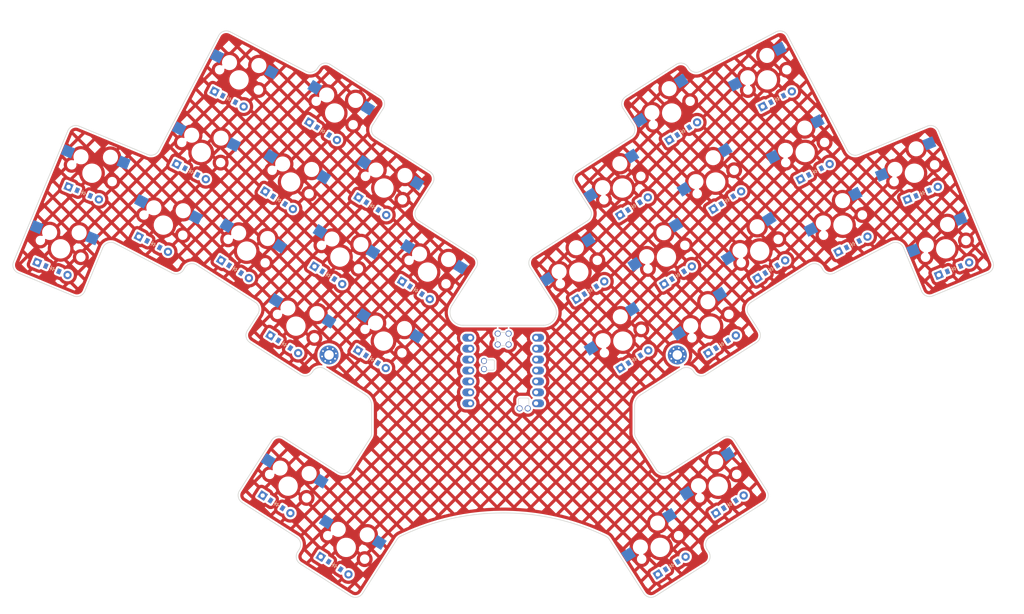
<source format=kicad_pcb>
(kicad_pcb (version 20240108) (generator "pcbnew") (generator_version "8.0")
  (layers (0 "F.Cu" signal) (31 "B.Cu" signal) (34 "B.Paste" user) (35 "F.Paste" user) (36 "B.SilkS" user "B.Silkscreen") (37 "F.SilkS" user "F.Silkscreen") (38 "B.Mask" user) (39 "F.Mask" user) (44 "Edge.Cuts" user))
  (net 0 "")
  (net 1 "P2")
  (net 2 "pinky_bottom")
  (net 3 "P0")
  (net 4 "pinky_home")
  (net 5 "P4")
  (net 6 "ring_bottom")
  (net 7 "P3")
  (net 8 "ring_home")
  (net 9 "P1")
  (net 10 "ring_top")
  (net 11 "P5")
  (net 12 "middle_bottom")
  (net 13 "middle_home")
  (net 14 "middle_top")
  (net 15 "index_bottom")
  (net 16 "index_home")
  (net 17 "index_top")
  (net 18 "inner_home")
  (net 19 "inner_top")
  (net 20 "mirror_pinky_bottom")
  (net 21 "mirror_pinky_home")
  (net 22 "mirror_ring_bottom")
  (net 23 "mirror_ring_home")
  (net 24 "mirror_ring_top")
  (net 25 "mirror_middle_bottom")
  (net 26 "mirror_middle_home")
  (net 27 "mirror_middle_top")
  (net 28 "mirror_index_bottom")
  (net 29 "mirror_index_home")
  (net 30 "mirror_index_top")
  (net 31 "mirror_inner_home")
  (net 32 "mirror_inner_top")
  (net 33 "tucky_default")
  (net 34 "reachy_default")
  (net 35 "mirror_tucky_default")
  (net 36 "mirror_reachy_default")
  (net 37 "P6")
  (net 38 "P7")
  (net 39 "P8")
  (net 40 "P10")
  (net 41 "P9")
  (net 42 "RAW5V")
  (net 43 "GND")
  (net 44 "RAW3V3")
  (net 45 "SWCLK")
  (net 46 "SWDIO")
  (net 47 "RST")
  (net 48 "BAT_POS")
  (net 49 "BAT_NEG")
  (net 50 "NFC0")
  (net 51 "NFC1")
  (footprint "MX" (layer "F.Cu") (at 94.700757 80.776319 -32.5)
    (property "Reference" "S6" (hide yes))
    (property "Value" "" (hide yes))
    (pad "" np_thru_hole circle (at -5.08 0) (size 1.7018 1.7018) (drill 1.7018) (layers "*.Cu" "*.Mask"))
    (pad "" np_thru_hole circle (at -3.81 -2.54) (size 3 3) (drill 3) (layers "*.Cu" "*.Mask"))
    (pad "" np_thru_hole circle (at 0 0) (size 3.9878 3.9878) (drill 3.9878) (layers "*.Cu" "*.Mask"))
    (pad "" np_thru_hole circle (at 2.54 -5.08) (size 3 3) (drill 3) (layers "*.Cu" "*.Mask"))
    (pad "" np_thru_hole circle (at 5.08 0) (size 1.7018 1.7018) (drill 1.7018) (layers "*.Cu" "*.Mask"))
    (pad "1" smd rect (at -7.085 -2.54 327.5) (size 2.55 2.5) (layers "B.Cu" "B.Paste" "B.Mask") (net 11 "P5"))
    (pad "2" smd rect (at 5.842 -5.08 327.5) (size 2.55 2.5) (layers "B.Cu" "B.Paste" "B.Mask") (net 12 "middle_bottom"))
  )
  (footprint "MX" (layer "F.Cu") (at 171.74312 85.65 32.5)
    (property "Reference" "S26" (hide yes))
    (property "Value" "" (hide yes))
    (pad "" np_thru_hole circle (at -5.08 0) (size 1.7018 1.7018) (drill 1.7018) (layers "*.Cu" "*.Mask"))
    (pad "" np_thru_hole circle (at -3.81 -2.54) (size 3 3) (drill 3) (layers "*.Cu" "*.Mask"))
    (pad "" np_thru_hole circle (at 0 0) (size 3.9878 3.9878) (drill 3.9878) (layers "*.Cu" "*.Mask"))
    (pad "" np_thru_hole circle (at 2.54 -5.080001) (size 3 3) (drill 3) (layers "*.Cu" "*.Mask"))
    (pad "" np_thru_hole circle (at 5.08 0) (size 1.7018 1.7018) (drill 1.7018) (layers "*.Cu" "*.Mask"))
    (pad "1" smd rect (at -7.084999 -2.54 32.5) (size 2.55 2.5) (layers "B.Cu" "B.Paste" "B.Mask") (net 9 "P1"))
    (pad "2" smd rect (at 5.842 -5.08 32.5) (size 2.55 2.5) (layers "B.Cu" "B.Paste" "B.Mask") (net 32 "mirror_inner_top"))
  )
  (footprint "ComboDiode" (layer "F.Cu") (at 174.429618 89.866957 32.5)
    (property "Reference" "D26" (hide yes))
    (property "Value" "" (hide yes))
    (pad "1" thru_hole rect (at -3.81 0.000001 32.5) (size 1.778 1.778) (drill 0.9906) (layers "*.Cu" "*.Mask") (net 39 "P8"))
    (pad "1" smd rect (at -1.65 0 32.5) (size 0.9 1.2) (layers "F.Cu" "F.Paste" "F.Mask") (net 39 "P8"))
    (pad "1" smd rect (at -1.65 0 32.5) (size 0.9 1.2) (layers "B.Cu" "B.Paste" "B.Mask") (net 39 "P8"))
    (pad "2" smd rect (at 1.65 0 32.5) (size 0.9 1.2) (layers "F.Cu" "F.Paste" "F.Mask") (net 32 "mirror_inner_top"))
    (pad "2" smd rect (at 1.65 0 32.5) (size 0.9 1.2) (layers "B.Cu" "B.Paste" "B.Mask") (net 32 "mirror_inner_top"))
    (pad "2" thru_hole circle (at 3.81 -0.000001 32.5) (size 1.905 1.905) (drill 0.9906) (layers "*.Cu" "*.Mask") (net 32 "mirror_inner_top"))
  )
  (footprint "MX" (layer "F.Cu") (at 58.828935 62.704691 -22.5)
    (property "Reference" "S2" (hide yes))
    (property "Value" "" (hide yes))
    (pad "" np_thru_hole circle (at -5.08 0) (size 1.7018 1.7018) (drill 1.7018) (layers "*.Cu" "*.Mask"))
    (pad "" np_thru_hole circle (at -3.81 -2.54) (size 3 3) (drill 3) (layers "*.Cu" "*.Mask"))
    (pad "" np_thru_hole circle (at 0 0) (size 3.9878 3.9878) (drill 3.9878) (layers "*.Cu" "*.Mask"))
    (pad "" np_thru_hole circle (at 2.54 -5.08) (size 3 3) (drill 3) (layers "*.Cu" "*.Mask"))
    (pad "" np_thru_hole circle (at 5.08 0) (size 1.7018 1.7018) (drill 1.7018) (layers "*.Cu" "*.Mask"))
    (pad "1" smd rect (at -7.085 -2.54 337.5) (size 2.55 2.5) (layers "B.Cu" "B.Paste" "B.Mask") (net 3 "P0"))
    (pad "2" smd rect (at 5.842 -5.08 337.5) (size 2.55 2.5) (layers "B.Cu" "B.Paste" "B.Mask") (net 4 "pinky_home"))
  )
  (footprint "MX" (layer "F.Cu") (at 106.131283 98.196009 -32.5)
    (property "Reference" "S9" (hide yes))
    (property "Value" "" (hide yes))
    (pad "" np_thru_hole circle (at -5.08 0) (size 1.7018 1.7018) (drill 1.7018) (layers "*.Cu" "*.Mask"))
    (pad "" np_thru_hole circle (at -3.81 -2.54) (size 3 3) (drill 3) (layers "*.Cu" "*.Mask"))
    (pad "" np_thru_hole circle (at 0 0) (size 3.9878 3.9878) (drill 3.9878) (layers "*.Cu" "*.Mask"))
    (pad "" np_thru_hole circle (at 2.54 -5.08) (size 3 3) (drill 3) (layers "*.Cu" "*.Mask"))
    (pad "" np_thru_hole circle (at 5.08 0) (size 1.7018 1.7018) (drill 1.7018) (layers "*.Cu" "*.Mask"))
    (pad "1" smd rect (at -7.085 -2.54 327.5) (size 2.55 2.5) (layers "B.Cu" "B.Paste" "B.Mask") (net 5 "P4"))
    (pad "2" smd rect (at 5.842 -5.08 327.5) (size 2.55 2.5) (layers "B.Cu" "B.Paste" "B.Mask") (net 15 "index_bottom"))
  )
  (footprint "ComboDiode" (layer "F.Cu") (at 204.950399 102.412966 32.5)
    (property "Reference" "D22" (hide yes))
    (property "Value" "" (hide yes))
    (pad "1" thru_hole rect (at -3.81 0.000001 32.5) (size 1.778 1.778) (drill 0.9906) (layers "*.Cu" "*.Mask") (net 39 "P8"))
    (pad "1" smd rect (at -1.65 0 32.5) (size 0.9 1.2) (layers "F.Cu" "F.Paste" "F.Mask") (net 39 "P8"))
    (pad "1" smd rect (at -1.65 0 32.5) (size 0.9 1.2) (layers "B.Cu" "B.Paste" "B.Mask") (net 39 "P8"))
    (pad "2" smd rect (at 1.65 0 32.5) (size 0.9 1.2) (layers "F.Cu" "F.Paste" "F.Mask") (net 28 "mirror_index_bottom"))
    (pad "2" smd rect (at 1.65 0 32.5) (size 0.9 1.2) (layers "B.Cu" "B.Paste" "B.Mask") (net 28 "mirror_index_bottom"))
    (pad "2" thru_hole circle (at 3.81 -0.000001 32.5) (size 1.905 1.905) (drill 0.9906) (layers "*.Cu" "*.Mask") (net 28 "mirror_index_bottom"))
  )
  (footprint "ComboDiode" (layer "F.Cu") (at 206.761472 139.556941 32.5)
    (property "Reference" "D29" (hide yes))
    (property "Value" "" (hide yes))
    (pad "1" thru_hole rect (at -3.81 0.000001 32.5) (size 1.778 1.778) (drill 0.9906) (layers "*.Cu" "*.Mask") (net 40 "P10"))
    (pad "1" smd rect (at -1.65 0 32.5) (size 0.9 1.2) (layers "F.Cu" "F.Paste" "F.Mask") (net 40 "P10"))
    (pad "1" smd rect (at -1.65 0 32.5) (size 0.9 1.2) (layers "B.Cu" "B.Paste" "B.Mask") (net 40 "P10"))
    (pad "2" smd rect (at 1.65 0 32.5) (size 0.9 1.2) (layers "F.Cu" "F.Paste" "F.Mask") (net 35 "mirror_tucky_default"))
    (pad "2" smd rect (at 1.65 0 32.5) (size 0.9 1.2) (layers "B.Cu" "B.Paste" "B.Mask") (net 35 "mirror_tucky_default"))
    (pad "2" thru_hole circle (at 3.81 -0.000001 32.5) (size 1.905 1.905) (drill 0.9906) (layers "*.Cu" "*.Mask") (net 35 "mirror_tucky_default"))
  )
  (footprint "MX" (layer "F.Cu") (at 215.457606 41.04297 27.5)
    (property "Reference" "S18" (hide yes))
    (property "Value" "" (hide yes))
    (pad "" np_thru_hole circle (at -5.08 0) (size 1.7018 1.7018) (drill 1.7018) (layers "*.Cu" "*.Mask"))
    (pad "" np_thru_hole circle (at -3.81 -2.54) (size 3 3) (drill 3) (layers "*.Cu" "*.Mask"))
    (pad "" np_thru_hole circle (at 0 0) (size 3.9878 3.9878) (drill 3.9878) (layers "*.Cu" "*.Mask"))
    (pad "" np_thru_hole circle (at 2.540001 -5.08) (size 3 3) (drill 3) (layers "*.Cu" "*.Mask"))
    (pad "" np_thru_hole circle (at 5.08 0) (size 1.7018 1.7018) (drill 1.7018) (layers "*.Cu" "*.Mask"))
    (pad "1" smd rect (at -7.085 -2.54 27.5) (size 2.55 2.5) (layers "B.Cu" "B.Paste" "B.Mask") (net 3 "P0"))
    (pad "2" smd rect (at 5.842 -5.08 27.5) (size 2.55 2.5) (layers "B.Cu" "B.Paste" "B.Mask") (net 24 "mirror_ring_top"))
  )
  (footprint "MX" (layer "F.Cu") (at 213.694427 80.776319 32.5)
    (property "Reference" "S19" (hide yes))
    (property "Value" "" (hide yes))
    (pad "" np_thru_hole circle (at -5.08 0) (size 1.7018 1.7018) (drill 1.7018) (layers "*.Cu" "*.Mask"))
    (pad "" np_thru_hole circle (at -3.81 -2.54) (size 3 3) (drill 3) (layers "*.Cu" "*.Mask"))
    (pad "" np_thru_hole circle (at 0 0) (size 3.9878 3.9878) (drill 3.9878) (layers "*.Cu" "*.Mask"))
    (pad "" np_thru_hole circle (at 2.54 -5.080001) (size 3 3) (drill 3) (layers "*.Cu" "*.Mask"))
    (pad "" np_thru_hole circle (at 5.08 0) (size 1.7018 1.7018) (drill 1.7018) (layers "*.Cu" "*.Mask"))
    (pad "1" smd rect (at -7.084999 -2.54 32.5) (size 2.55 2.5) (layers "B.Cu" "B.Paste" "B.Mask") (net 5 "P4"))
    (pad "2" smd rect (at 5.842 -5.08 32.5) (size 2.55 2.5) (layers "B.Cu" "B.Paste" "B.Mask") (net 25 "mirror_middle_bottom"))
  )
  (footprint "MX" (layer "F.Cu") (at 92.937578 41.04297 -27.5)
    (property "Reference" "S5" (hide yes))
    (property "Value" "" (hide yes))
    (pad "" np_thru_hole circle (at -5.08 0) (size 1.7018 1.7018) (drill 1.7018) (layers "*.Cu" "*.Mask"))
    (pad "" np_thru_hole circle (at -3.81 -2.54) (size 3 3) (drill 3) (layers "*.Cu" "*.Mask"))
    (pad "" np_thru_hole circle (at 0 0) (size 3.9878 3.9878) (drill 3.9878) (layers "*.Cu" "*.Mask"))
    (pad "" np_thru_hole circle (at 2.539999 -5.08) (size 3 3) (drill 3) (layers "*.Cu" "*.Mask"))
    (pad "" np_thru_hole circle (at 5.08 0) (size 1.7018 1.7018) (drill 1.7018) (layers "*.Cu" "*.Mask"))
    (pad "1" smd rect (at -7.085 -2.54 332.5) (size 2.55 2.5) (layers "B.Cu" "B.Paste" "B.Mask") (net 9 "P1"))
    (pad "2" smd rect (at 5.842 -5.08 332.5) (size 2.55 2.5) (layers "B.Cu" "B.Paste" "B.Mask") (net 10 "ring_top"))
  )
  (footprint "ComboDiode" (layer "F.Cu") (at 113.653477 86.388528 -32.5)
    (property "Reference" "D10" (hide yes))
    (property "Value" "" (hide yes))
    (pad "1" thru_hole rect (at -3.81 -0.000001 327.5) (size 1.778 1.778) (drill 0.9906) (layers "*.Cu" "*.Mask") (net 38 "P7"))
    (pad "1" smd rect (at -1.65 0 327.5) (size 0.9 1.2) (layers "F.Cu" "F.Paste" "F.Mask") (net 38 "P7"))
    (pad "1" smd rect (at -1.65 0 327.5) (size 0.9 1.2) (layers "B.Cu" "B.Paste" "B.Mask") (net 38 "P7"))
    (pad "2" smd rect (at 1.65 0 327.5) (size 0.9 1.2) (layers "F.Cu" "F.Paste" "F.Mask") (net 16 "index_home"))
    (pad "2" smd rect (at 1.65 0 327.5) (size 0.9 1.2) (layers "B.Cu" "B.Paste" "B.Mask") (net 16 "index_home"))
    (pad "2" thru_hole circle (at 3.81 0.000001 327.5) (size 1.905 1.905) (drill 0.9906) (layers "*.Cu" "*.Mask") (net 16 "index_home"))
  )
  (footprint "ComboDiode" (layer "F.Cu") (at 81.855611 62.33123 -27.5)
    (property "Reference" "D4" (hide yes))
    (property "Value" "" (hide yes))
    (pad "1" thru_hole rect (at -3.81 0 332.5) (size 1.778 1.778) (drill 0.9906) (layers "*.Cu" "*.Mask") (net 37 "P6"))
    (pad "1" smd rect (at -1.65 0 332.5) (size 0.9 1.2) (layers "F.Cu" "F.Paste" "F.Mask") (net 37 "P6"))
    (pad "1" smd rect (at -1.65 0 332.5) (size 0.9 1.2) (layers "B.Cu" "B.Paste" "B.Mask") (net 37 "P6"))
    (pad "2" smd rect (at 1.65 0 332.5) (size 0.9 1.2) (layers "F.Cu" "F.Paste" "F.Mask") (net 8 "ring_home"))
    (pad "2" smd rect (at 1.65 0 332.5) (size 0.9 1.2) (layers "B.Cu" "B.Paste" "B.Mask") (net 8 "ring_home"))
    (pad "2" thru_hole circle (at 3.81 0 332.5) (size 1.905 1.905) (drill 0.9906) (layers "*.Cu" "*.Mask") (net 8 "ring_home"))
  )
  (footprint "ComboDiode" (layer "F.Cu") (at 133.965566 89.866957 -32.5)
    (property "Reference" "D13" (hide yes))
    (property "Value" "" (hide yes))
    (pad "1" thru_hole rect (at -3.81 -0.000001 327.5) (size 1.778 1.778) (drill 0.9906) (layers "*.Cu" "*.Mask") (net 39 "P8"))
    (pad "1" smd rect (at -1.65 0 327.5) (size 0.9 1.2) (layers "F.Cu" "F.Paste" "F.Mask") (net 39 "P8"))
    (pad "1" smd rect (at -1.65 0 327.5) (size 0.9 1.2) (layers "B.Cu" "B.Paste" "B.Mask") (net 39 "P8"))
    (pad "2" smd rect (at 1.65 0 327.5) (size 0.9 1.2) (layers "F.Cu" "F.Paste" "F.Mask") (net 19 "inner_top"))
    (pad "2" smd rect (at 1.65 0 327.5) (size 0.9 1.2) (layers "B.Cu" "B.Paste" "B.Mask") (net 19 "inner_top"))
    (pad "2" thru_hole circle (at 3.81 0.000001 327.5) (size 1.905 1.905) (drill 0.9906) (layers "*.Cu" "*.Mask") (net 19 "inner_top"))
  )
  (footprint "MX" (layer "F.Cu") (at 190.60271 149.554786 32.5)
    (property "Reference" "S30" (hide yes))
    (property "Value" "" (hide yes))
    (pad "" np_thru_hole circle (at -5.08 0) (size 1.7018 1.7018) (drill 1.7018) (layers "*.Cu" "*.Mask"))
    (pad "" np_thru_hole circle (at -3.81 -2.54) (size 3 3) (drill 3) (layers "*.Cu" "*.Mask"))
    (pad "" np_thru_hole circle (at 0 0) (size 3.9878 3.9878) (drill 3.9878) (layers "*.Cu" "*.Mask"))
    (pad "" np_thru_hole circle (at 2.54 -5.080001) (size 3 3) (drill 3) (layers "*.Cu" "*.Mask"))
    (pad "" np_thru_hole circle (at 5.08 0) (size 1.7018 1.7018) (drill 1.7018) (layers "*.Cu" "*.Mask"))
    (pad "1" smd rect (at -7.084999 -2.54 32.5) (size 2.55 2.5) (layers "B.Cu" "B.Paste" "B.Mask") (net 11 "P5"))
    (pad "2" smd rect (at 5.842 -5.08 32.5) (size 2.55 2.5) (layers "B.Cu" "B.Paste" "B.Mask") (net 36 "mirror_reachy_default"))
  )
  (footprint "MX" (layer "F.Cu") (at 224.23083 57.896176 27.5)
    (property "Reference" "S17" (hide yes))
    (property "Value" "" (hide yes))
    (pad "" np_thru_hole circle (at -5.08 0) (size 1.7018 1.7018) (drill 1.7018) (layers "*.Cu" "*.Mask"))
    (pad "" np_thru_hole circle (at -3.81 -2.54) (size 3 3) (drill 3) (layers "*.Cu" "*.Mask"))
    (pad "" np_thru_hole circle (at 0 0) (size 3.9878 3.9878) (drill 3.9878) (layers "*.Cu" "*.Mask"))
    (pad "" np_thru_hole circle (at 2.540001 -5.08) (size 3 3) (drill 3) (layers "*.Cu" "*.Mask"))
    (pad "" np_thru_hole circle (at 5.08 0) (size 1.7018 1.7018) (drill 1.7018) (layers "*.Cu" "*.Mask"))
    (pad "1" smd rect (at -7.085 -2.54 27.5) (size 2.55 2.5) (layers "B.Cu" "B.Paste" "B.Mask") (net 1 "P2"))
    (pad "2" smd rect (at 5.842 -5.08 27.5) (size 2.55 2.5) (layers "B.Cu" "B.Paste" "B.Mask") (net 23 "mirror_ring_home"))
  )
  (footprint "MX" (layer "F.Cu") (at 126.443371 101.674438 -32.5)
    (property "Reference" "S12" (hide yes))
    (property "Value" "" (hide yes))
    (pad "" np_thru_hole circle (at -5.08 0) (size 1.7018 1.7018) (drill 1.7018) (layers "*.Cu" "*.Mask"))
    (pad "" np_thru_hole circle (at -3.81 -2.54) (size 3 3) (drill 3) (layers "*.Cu" "*.Mask"))
    (pad "" np_thru_hole circle (at 0 0) (size 3.9878 3.9878) (drill 3.9878) (layers "*.Cu" "*.Mask"))
    (pad "" np_thru_hole circle (at 2.54 -5.08) (size 3 3) (drill 3) (layers "*.Cu" "*.Mask"))
    (pad "" np_thru_hole circle (at 5.08 0) (size 1.7018 1.7018) (drill 1.7018) (layers "*.Cu" "*.Mask"))
    (pad "1" smd rect (at -7.085 -2.54 327.5) (size 2.55 2.5) (layers "B.Cu" "B.Paste" "B.Mask") (net 1 "P2"))
    (pad "2" smd rect (at 5.842 -5.08 327.5) (size 2.55 2.5) (layers "B.Cu" "B.Paste" "B.Mask") (net 18 "inner_home"))
  )
  (footprint "MX" (layer "F.Cu") (at 115.118142 48.727444 -32.5)
    (property "Reference" "S8" (hide yes))
    (property "Value" "" (hide yes))
    (pad "" np_thru_hole circle (at -5.08 0) (size 1.7018 1.7018) (drill 1.7018) (layers "*.Cu" "*.Mask"))
    (pad "" np_thru_hole circle (at -3.81 -2.54) (size 3 3) (drill 3) (layers "*.Cu" "*.Mask"))
    (pad "" np_thru_hole circle (at 0 0) (size 3.9878 3.9878) (drill 3.9878) (layers "*.Cu" "*.Mask"))
    (pad "" np_thru_hole circle (at 2.54 -5.08) (size 3 3) (drill 3) (layers "*.Cu" "*.Mask"))
    (pad "" np_thru_hole circle (at 5.08 0) (size 1.7018 1.7018) (drill 1.7018) (layers "*.Cu" "*.Mask"))
    (pad "1" smd rect (at -7.085 -2.54 327.5) (size 2.55 2.5) (layers "B.Cu" "B.Paste" "B.Mask") (net 3 "P0"))
    (pad "2" smd rect (at 5.842 -5.08 327.5) (size 2.55 2.5) (layers "B.Cu" "B.Paste" "B.Mask") (net 14 "middle_top"))
  )
  (footprint "ComboDiode" (layer "F.Cu") (at 103.444785 102.412966 -32.5)
    (property "Reference" "D9" (hide yes))
    (property "Value" "" (hide yes))
    (pad "1" thru_hole rect (at -3.81 -0.000001 327.5) (size 1.778 1.778) (drill 0.9906) (layers "*.Cu" "*.Mask") (net 38 "P7"))
    (pad "1" smd rect (at -1.65 0 327.5) (size 0.9 1.2) (layers "F.Cu" "F.Paste" "F.Mask") (net 38 "P7"))
    (pad "1" smd rect (at -1.65 0 327.5) (size 0.9 1.2) (layers "B.Cu" "B.Paste" "B.Mask") (net 38 "P7"))
    (pad "2" smd rect (at 1.65 0 327.5) (size 0.9 1.2) (layers "F.Cu" "F.Paste" "F.Mask") (net 15 "index_bottom"))
    (pad "2" smd rect (at 1.65 0 327.5) (size 0.9 1.2) (layers "B.Cu" "B.Paste" "B.Mask") (net 15 "index_bottom"))
    (pad "2" thru_hole circle (at 3.81 0.000001 327.5) (size 1.905 1.905) (drill 0.9906) (layers "*.Cu" "*.Mask") (net 15 "index_bottom"))
  )
  (footprint "ComboDiode" (layer "F.Cu") (at 73.082387 79.184436 -27.5)
    (property "Reference" "D3" (hide yes))
    (property "Value" "" (hide yes))
    (pad "1" thru_hole rect (at -3.81 0 332.5) (size 1.778 1.778) (drill 0.9906) (layers "*.Cu" "*.Mask") (net 37 "P6"))
    (pad "1" smd rect (at -1.65 0 332.5) (size 0.9 1.2) (layers "F.Cu" "F.Paste" "F.Mask") (net 37 "P6"))
    (pad "1" smd rect (at -1.65 0 332.5) (size 0.9 1.2) (layers "B.Cu" "B.Paste" "B.Mask") (net 37 "P6"))
    (pad "2" smd rect (at 1.65 0 332.5) (size 0.9 1.2) (layers "F.Cu" "F.Paste" "F.Mask") (net 6 "ring_bottom"))
    (pad "2" smd rect (at 1.65 0 332.5) (size 0.9 1.2) (layers "B.Cu" "B.Paste" "B.Mask") (net 6 "ring_bottom"))
    (pad "2" thru_hole circle (at 3.81 0 332.5) (size 1.905 1.905) (drill 0.9906) (layers "*.Cu" "*.Mask") (net 6 "ring_bottom"))
  )
  (footprint "ComboDiode" (layer "F.Cu") (at 217.766349 45.478025 27.5)
    (property "Reference" "D18" (hide yes))
    (property "Value" "" (hide yes))
    (pad "1" thru_hole rect (at -3.81 0 27.5) (size 1.778 1.778) (drill 0.9906) (layers "*.Cu" "*.Mask") (net 40 "P10"))
    (pad "1" smd rect (at -1.65 0 27.5) (size 0.9 1.2) (layers "F.Cu" "F.Paste" "F.Mask") (net 40 "P10"))
    (pad "1" smd rect (at -1.65 0 27.5) (size 0.9 1.2) (layers "B.Cu" "B.Paste" "B.Mask") (net 40 "P10"))
    (pad "2" smd rect (at 1.65 0 27.5) (size 0.9 1.2) (layers "F.Cu" "F.Paste" "F.Mask") (net 24 "mirror_ring_top"))
    (pad "2" smd rect (at 1.65 0 27.5) (size 0.9 1.2) (layers "B.Cu" "B.Paste" "B.Mask") (net 24 "mirror_ring_top"))
    (pad "2" thru_hole circle (at 3.81 0 27.5) (size 1.905 1.905) (drill 0.9906) (layers "*.Cu" "*.Mask") (net 24 "mirror_ring_top"))
  )
  (footprint "ComboDiode" (layer "F.Cu") (at 193.289208 153.771743 32.5)
    (property "Reference" "D30" (hide yes))
    (property "Value" "" (hide yes))
    (pad "1" thru_hole rect (at -3.81 0.000001 32.5) (size 1.778 1.778) (drill 0.9906) (layers "*.Cu" "*.Mask") (net 40 "P10"))
    (pad "1" smd rect (at -1.65 0 32.5) (size 0.9 1.2) (layers "F.Cu" "F.Paste" "F.Mask") (net 40 "P10"))
    (pad "1" smd rect (at -1.65 0 32.5) (size 0.9 1.2) (layers "B.Cu" "B.Paste" "B.Mask") (net 40 "P10"))
    (pad "2" smd rect (at 1.65 0 32.5) (size 0.9 1.2) (layers "F.Cu" "F.Paste" "F.Mask") (net 36 "mirror_reachy_default"))
    (pad "2" smd rect (at 1.65 0 32.5) (size 0.9 1.2) (layers "B.Cu" "B.Paste" "B.Mask") (net 36 "mirror_reachy_default"))
    (pad "2" thru_hole circle (at 3.81 -0.000001 32.5) (size 1.905 1.905) (drill 0.9906) (layers "*.Cu" "*.Mask") (net 36 "mirror_reachy_default"))
  )
  (footprint "ComboDiode" (layer "F.Cu") (at 56.915517 67.324089 -22.5)
    (property "Reference" "D2" (hide yes))
    (property "Value" "" (hide yes))
    (pad "1" thru_hole rect (at -3.81 0 337.5) (size 1.778 1.778) (drill 0.9906) (layers "*.Cu" "*.Mask") (net 37 "P6"))
    (pad "1" smd rect (at -1.65 0 337.5) (size 0.9 1.2) (layers "F.Cu" "F.Paste" "F.Mask") (net 37 "P6"))
    (pad "1" smd rect (at -1.65 0 337.5) (size 0.9 1.2) (layers "B.Cu" "B.Paste" "B.Mask") (net 37 "P6"))
    (pad "2" smd rect (at 1.65 0 337.5) (size 0.9 1.2) (layers "F.Cu" "F.Paste" "F.Mask") (net 4 "pinky_home"))
    (pad "2" smd rect (at 1.65 0 337.5) (size 0.9 1.2) (layers "B.Cu" "B.Paste" "B.Mask") (net 4 "pinky_home"))
    (pad "2" thru_hole circle (at 3.81 0 337.5) (size 1.905 1.905) (drill 0.9906) (layers "*.Cu" "*.Mask") (net 4 "pinky_home"))
  )
  (footprint "MX" (layer "F.Cu") (at 181.951813 101.674438 32.5)
    (property "Reference" "S25" (hide yes))
    (property "Value" "" (hide yes))
    (pad "" np_thru_hole circle (at -5.08 0) (size 1.7018 1.7018) (drill 1.7018) (layers "*.Cu" "*.Mask"))
    (pad "" np_thru_hole circle (at -3.81 -2.54) (size 3 3) (drill 3) (layers "*.Cu" "*.Mask"))
    (pad "" np_thru_hole circle (at 0 0) (size 3.9878 3.9878) (drill 3.9878) (layers "*.Cu" "*.Mask"))
    (pad "" np_thru_hole circle (at 2.54 -5.080001) (size 3 3) (drill 3) (layers "*.Cu" "*.Mask"))
    (pad "" np_thru_hole circle (at 5.08 0) (size 1.7018 1.7018) (drill 1.7018) (layers "*.Cu" "*.Mask"))
    (pad "1" smd rect (at -7.084999 -2.54 32.5) (size 2.55 2.5) (layers "B.Cu" "B.Paste" "B.Mask") (net 7 "P3"))
    (pad "2" smd rect (at 5.842 -5.08 32.5) (size 2.55 2.5) (layers "B.Cu" "B.Paste" "B.Mask") (net 31 "mirror_inner_home"))
  )
  (footprint "ComboDiode" (layer "F.Cu") (at 90.628835 45.478025 -27.5)
    (property "Reference" "D5" (hide yes))
    (property "Value" "" (hide yes))
    (pad "1" thru_hole rect (at -3.81 0 332.5) (size 1.778 1.778) (drill 0.9906) (layers "*.Cu" "*.Mask") (net 37 "P6"))
    (pad "1" smd rect (at -1.65 0 332.5) (size 0.9 1.2) (layers "F.Cu" "F.Paste" "F.Mask") (net 37 "P6"))
    (pad "1" smd rect (at -1.65 0 332.5) (size 0.9 1.2) (layers "B.Cu" "B.Paste" "B.Mask") (net 37 "P6"))
    (pad "2" smd rect (at 1.65 0 332.5) (size 0.9 1.2) (layers "F.Cu" "F.Paste" "F.Mask") (net 10 "ring_top"))
    (pad "2" smd rect (at 1.65 0 332.5) (size 0.9 1.2) (layers "B.Cu" "B.Paste" "B.Mask") (net 10 "ring_top"))
    (pad "2" thru_hole circle (at 3.81 0 332.5) (size 1.905 1.905) (drill 0.9906) (layers "*.Cu" "*.Mask") (net 10 "ring_top"))
  )
  (footprint "ComboDiode" (layer "F.Cu") (at 195.96354 52.944402 32.5)
    (property "Reference" "D21" (hide yes))
    (property "Value" "" (hide yes))
    (pad "1" thru_hole rect (at -3.81 0.000001 32.5) (size 1.778 1.778) (drill 0.9906) (layers "*.Cu" "*.Mask") (net 41 "P9"))
    (pad "1" smd rect (at -1.65 0 32.5) (size 0.9 1.2) (layers "F.Cu" "F.Paste" "F.Mask") (net 41 "P9"))
    (pad "1" smd rect (at -1.65 0 32.5) (size 0.9 1.2) (layers "B.Cu" "B.Paste" "B.Mask") (net 41 "P9"))
    (pad "2" smd rect (at 1.65 0 32.5) (size 0.9 1.2) (layers "F.Cu" "F.Paste" "F.Mask") (net 27 "mirror_middle_top"))
    (pad "2" smd rect (at 1.65 0 32.5) (size 0.9 1.2) (layers "B.Cu" "B.Paste" "B.Mask") (net 27 "mirror_middle_top"))
    (pad "2" thru_hole circle (at 3.81 -0.000001 32.5) (size 1.905 1.905) (drill 0.9906) (layers "*.Cu" "*.Mask") (net 27 "mirror_middle_top"))
  )
  (footprint "MX" (layer "F.Cu") (at 104.32021 135.339984 -32.5)
    (property "Reference" "S27" (hide yes))
    (property "Value" "" (hide yes))
    (pad "" np_thru_hole circle (at -5.08 0) (size 1.7018 1.7018) (drill 1.7018) (layers "*.Cu" "*.Mask"))
    (pad "" np_thru_hole circle (at -3.81 -2.54) (size 3 3) (drill 3) (layers "*.Cu" "*.Mask"))
    (pad "" np_thru_hole circle (at 0 0) (size 3.9878 3.9878) (drill 3.9878) (layers "*.Cu" "*.Mask"))
    (pad "" np_thru_hole circle (at 2.54 -5.08) (size 3 3) (drill 3) (layers "*.Cu" "*.Mask"))
    (pad "" np_thru_hole circle (at 5.08 0) (size 1.7018 1.7018) (drill 1.7018) (layers "*.Cu" "*.Mask"))
    (pad "1" smd rect (at -7.085 -2.54 327.5) (size 2.55 2.5) (layers "B.Cu" "B.Paste" "B.Mask") (net 11 "P5"))
    (pad "2" smd rect (at 5.842 -5.08 327.5) (size 2.55 2.5) (layers "B.Cu" "B.Paste" "B.Mask") (net 33 "tucky_default"))
  )
  (footprint "ComboDiode" (layer "F.Cu") (at 92.014259 84.993277 -32.5)
    (property "Reference" "D6" (hide yes))
    (property "Value" "" (hide yes))
    (pad "1" thru_hole rect (at -3.81 -0.000001 327.5) (size 1.778 1.778) (drill 0.9906) (layers "*.Cu" "*.Mask") (net 37 "P6"))
    (pad "1" smd rect (at -1.65 0 327.5) (size 0.9 1.2) (layers "F.Cu" "F.Paste" "F.Mask") (net 37 "P6"))
    (pad "1" smd rect (at -1.65 0 327.5) (size 0.9 1.2) (layers "B.Cu" "B.Paste" "B.Mask") (net 37 "P6"))
    (pad "2" smd rect (at 1.65 0 327.5) (size 0.9 1.2) (layers "F.Cu" "F.Paste" "F.Mask") (net 12 "middle_bottom"))
    (pad "2" smd rect (at 1.65 0 327.5) (size 0.9 1.2) (layers "B.Cu" "B.Paste" "B.Mask") (net 12 "middle_bottom"))
    (pad "2" thru_hole circle (at 3.81 0.000001 327.5) (size 1.905 1.905) (drill 0.9906) (layers "*.Cu" "*.Mask") (net 12 "middle_bottom"))
  )
  (footprint "MX" (layer "F.Cu") (at 181.846516 66.147134 32.5)
    (property "Reference" "S24" (hide yes))
    (property "Value" "" (hide yes))
    (pad "" np_thru_hole circle (at -5.08 0) (size 1.7018 1.7018) (drill 1.7018) (layers "*.Cu" "*.Mask"))
    (pad "" np_thru_hole circle (at -3.81 -2.54) (size 3 3) (drill 3) (layers "*.Cu" "*.Mask"))
    (pad "" np_thru_hole circle (at 0 0) (size 3.9878 3.9878) (drill 3.9878) (layers "*.Cu" "*.Mask"))
    (pad "" np_thru_hole circle (at 2.54 -5.080001) (size 3 3) (drill 3) (layers "*.Cu" "*.Mask"))
    (pad "" np_thru_hole circle (at 5.08 0) (size 1.7018 1.7018) (drill 1.7018) (layers "*.Cu" "*.Mask"))
    (pad "1" smd rect (at -7.084999 -2.54 32.5) (size 2.55 2.5) (layers "B.Cu" "B.Paste" "B.Mask") (net 3 "P0"))
    (pad "2" smd rect (at 5.842 -5.08 32.5) (size 2.55 2.5) (layers "B.Cu" "B.Paste" "B.Mask") (net 30 "mirror_index_top"))
  )
  (footprint "ComboDiode" (layer "F.Cu") (at 216.380925 84.993277 32.5)
    (property "Reference" "D19" (hide yes))
    (property "Value" "" (hide yes))
    (pad "1" thru_hole rect (at -3.81 0.000001 32.5) (size 1.778 1.778) (drill 0.9906) (layers "*.Cu" "*.Mask") (net 41 "P9"))
    (pad "1" smd rect (at -1.65 0 32.5) (size 0.9 1.2) (layers "F.Cu" "F.Paste" "F.Mask") (net 41 "P9"))
    (pad "1" smd rect (at -1.65 0 32.5) (size 0.9 1.2) (layers "B.Cu" "B.Paste" "B.Mask") (net 41 "P9"))
    (pad "2" smd rect (at 1.65 0 32.5) (size 0.9 1.2) (layers "F.Cu" "F.Paste" "F.Mask") (net 25 "mirror_middle_bottom"))
    (pad "2" smd rect (at 1.65 0 32.5) (size 0.9 1.2) (layers "B.Cu" "B.Paste" "B.Mask") (net 25 "mirror_middle_bottom"))
    (pad "2" thru_hole circle (at 3.81 -0.000001 32.5) (size 1.905 1.905) (drill 0.9906) (layers "*.Cu" "*.Mask") (net 25 "mirror_middle_bottom"))
  )
  (footprint "MX" (layer "F.Cu") (at 104.909449 64.751882 -32.5)
    (property "Reference" "S7" (hide yes))
    (property "Value" "" (hide yes))
    (pad "" np_thru_hole circle (at -5.08 0) (size 1.7018 1.7018) (drill 1.7018) (layers "*.Cu" "*.Mask"))
    (pad "" np_thru_hole circle (at -3.81 -2.54) (size 3 3) (drill 3) (layers "*.Cu" "*.Mask"))
    (pad "" np_thru_hole circle (at 0 0) (size 3.9878 3.9878) (drill 3.9878) (layers "*.Cu" "*.Mask"))
    (pad "" np_thru_hole circle (at 2.54 -5.08) (size 3 3) (drill 3) (layers "*.Cu" "*.Mask"))
    (pad "" np_thru_hole circle (at 5.08 0) (size 1.7018 1.7018) (drill 1.7018) (layers "*.Cu" "*.Mask"))
    (pad "1" smd rect (at -7.085 -2.54 327.5) (size 2.55 2.5) (layers "B.Cu" "B.Paste" "B.Mask") (net 1 "P2"))
    (pad "2" smd rect (at 5.842 -5.08 327.5) (size 2.55 2.5) (layers "B.Cu" "B.Paste" "B.Mask") (net 13 "middle_home"))
  )
  (footprint "MX" (layer "F.Cu") (at 75.391131 74.749382 -27.5)
    (property "Reference" "S3" (hide yes))
    (property "Value" "" (hide yes))
    (pad "" np_thru_hole circle (at -5.08 0) (size 1.7018 1.7018) (drill 1.7018) (layers "*.Cu" "*.Mask"))
    (pad "" np_thru_hole circle (at -3.81 -2.54) (size 3 3) (drill 3) (layers "*.Cu" "*.Mask"))
    (pad "" np_thru_hole circle (at 0 0) (size 3.9878 3.9878) (drill 3.9878) (layers "*.Cu" "*.Mask"))
    (pad "" np_thru_hole circle (at 2.539999 -5.08) (size 3 3) (drill 3) (layers "*.Cu" "*.Mask"))
    (pad "" np_thru_hole circle (at 5.08 0) (size 1.7018 1.7018) (drill 1.7018) (layers "*.Cu" "*.Mask"))
    (pad "1" smd rect (at -7.085 -2.54 332.5) (size 2.55 2.5) (layers "B.Cu" "B.Paste" "B.Mask") (net 5 "P4"))
    (pad "2" smd rect (at 5.842 -5.08 332.5) (size 2.55 2.5) (layers "B.Cu" "B.Paste" "B.Mask") (net 6 "ring_bottom"))
  )
  (footprint "MountingHole_2.2mm_M2_Pad_Via" (layer "F.Cu") (at 194.587645 104.888571 32.5)
    (property "Reference" "_2" (hide yes))
    (property "Value" "")
    (pad "1" thru_hole circle (at -1.65 0) (size 0.7 0.7) (drill 0.4) (layers "*.Cu" "*.Mask"))
    (pad "1" thru_hole circle (at -1.166726 -1.166726) (size 0.7 0.7) (drill 0.4) (layers "*.Cu" "*.Mask"))
    (pad "1" thru_hole circle (at -1.166726 1.166726) (size 0.7 0.7) (drill 0.4) (layers "*.Cu" "*.Mask"))
    (pad "1" thru_hole circle (at 0 -1.65) (size 0.7 0.7) (drill 0.4) (layers "*.Cu" "*.Mask"))
    (pad "1" thru_hole circle (at 0 0) (size 4.4 4.4) (drill 2.2) (layers "*.Cu" "*.Mask"))
    (pad "1" thru_hole circle (at 0 1.65) (size 0.7 0.7) (drill 0.4) (layers "*.Cu" "*.Mask"))
    (pad "1" thru_hole circle (at 1.166726 -1.166726) (size 0.7 0.7) (drill 0.4) (layers "*.Cu" "*.Mask"))
    (pad "1" thru_hole circle (at 1.166726 1.166726) (size 0.7 0.7) (drill 0.4) (layers "*.Cu" "*.Mask"))
    (pad "1" thru_hole circle (at 1.65 0) (size 0.7 0.7) (drill 0.4) (layers "*.Cu" "*.Mask"))
  )
  (footprint "ComboDiode" (layer "F.Cu") (at 112.431644 52.944402 -32.5)
    (property "Reference" "D8" (hide yes))
    (property "Value" "" (hide yes))
    (pad "1" thru_hole rect (at -3.81 -0.000001 327.5) (size 1.778 1.778) (drill 0.9906) (layers "*.Cu" "*.Mask") (net 38 "P7"))
    (pad "1" smd rect (at -1.65 0 327.5) (size 0.9 1.2) (layers "F.Cu" "F.Paste" "F.Mask") (net 38 "P7"))
    (pad "1" smd rect (at -1.65 0 327.5) (size 0.9 1.2) (layers "B.Cu" "B.Paste" "B.Mask") (net 38 "P7"))
    (pad "2" smd rect (at 1.65 0 327.5) (size 0.9 1.2) (layers "F.Cu" "F.Paste" "F.Mask") (net 14 "middle_top"))
    (pad "2" smd rect (at 1.65 0 327.5) (size 0.9 1.2) (layers "B.Cu" "B.Paste" "B.Mask") (net 14 "middle_top"))
    (pad "2" thru_hole circle (at 3.81 0.000001 327.5) (size 1.905 1.905) (drill 0.9906) (layers "*.Cu" "*.Mask") (net 14 "middle_top"))
  )
  (footprint "ComboDiode" (layer "F.Cu") (at 115.105976 153.771743 -32.5)
    (property "Reference" "D28" (hide yes))
    (property "Value" "" (hide yes))
    (pad "1" thru_hole rect (at -3.81 -0.000001 327.5) (size 1.778 1.778) (drill 0.9906) (layers "*.Cu" "*.Mask") (net 39 "P8"))
    (pad "1" smd rect (at -1.65 0 327.5) (size 0.9 1.2) (layers "F.Cu" "F.Paste" "F.Mask") (net 39 "P8"))
    (pad "1" smd rect (at -1.65 0 327.5) (size 0.9 1.2) (layers "B.Cu" "B.Paste" "B.Mask") (net 39 "P8"))
    (pad "2" smd rect (at 1.65 0 327.5) (size 0.9 1.2) (layers "F.Cu" "F.Paste" "F.Mask") (net 34 "reachy_default"))
    (pad "2" smd rect (at 1.65 0 327.5) (size 0.9 1.2) (layers "B.Cu" "B.Paste" "B.Mask") (net 34 "reachy_default"))
    (pad "2" thru_hole circle (at 3.81 0.000001 327.5) (size 1.905 1.905) (drill 0.9906) (layers "*.Cu" "*.Mask") (net 34 "reachy_default"))
  )
  (footprint "ComboDiode" (layer "F.Cu") (at 123.756873 105.891395 -32.5)
    (property "Reference" "D12" (hide yes))
    (property "Value" "" (hide yes))
    (pad "1" thru_hole rect (at -3.81 -0.000001 327.5) (size 1.778 1.778) (drill 0.9906) (layers "*.Cu" "*.Mask") (net 39 "P8"))
    (pad "1" smd rect (at -1.65 0 327.5) (size 0.9 1.2) (layers "F.Cu" "F.Paste" "F.Mask") (net 39 "P8"))
    (pad "1" smd rect (at -1.65 0 327.5) (size 0.9 1.2) (layers "B.Cu" "B.Paste" "B.Mask") (net 39 "P8"))
    (pad "2" smd rect (at 1.65 0 327.5) (size 0.9 1.2) (layers "F.Cu" "F.Paste" "F.Mask") (net 18 "inner_home"))
    (pad "2" smd rect (at 1.65 0 327.5) (size 0.9 1.2) (layers "B.Cu" "B.Paste" "B.Mask") (net 18 "inner_home"))
    (pad "2" thru_hole circle (at 3.81 0.000001 327.5) (size 1.905 1.905) (drill 0.9906) (layers "*.Cu" "*.Mask") (net 18 "inner_home"))
  )
  (footprint "ComboDiode" (layer "F.Cu") (at 251.479667 67.324089 22.5)
    (property "Reference" "D15" (hide yes))
    (property "Value" "" (hide yes))
    (pad "1" thru_hole rect (at -3.81 0 22.5) (size 1.778 1.778) (drill 0.9906) (layers "*.Cu" "*.Mask") (net 40 "P10"))
    (pad "1" smd rect (at -1.65 0 22.5) (size 0.9 1.2) (layers "F.Cu" "F.Paste" "F.Mask") (net 40 "P10"))
    (pad "1" smd rect (at -1.65 0 22.5) (size 0.9 1.2) (layers "B.Cu" "B.Paste" "B.Mask") (net 40 "P10"))
    (pad "2" smd rect (at 1.65 0 22.5) (size 0.9 1.2) (layers "F.Cu" "F.Paste" "F.Mask") (net 21 "mirror_pinky_home"))
    (pad "2" smd rect (at 1.65 0 22.5) (size 0.9 1.2) (layers "B.Cu" "B.Paste" "B.Mask") (net 21 "mirror_pinky_home"))
    (pad "2" thru_hole circle (at 3.81 0 22.5) (size 1.905 1.905) (drill 0.9906) (layers "*.Cu" "*.Mask") (net 21 "mirror_pinky_home"))
  )
  (footprint "MX" (layer "F.Cu") (at 204.074974 135.339984 32.5)
    (property "Reference" "S29" (hide yes))
    (property "Value" "" (hide yes))
    (pad "" np_thru_hole circle (at -5.08 0) (size 1.7018 1.7018) (drill 1.7018) (layers "*.Cu" "*.Mask"))
    (pad "" np_thru_hole circle (at -3.81 -2.54) (size 3 3) (drill 3) (layers "*.Cu" "*.Mask"))
    (pad "" np_thru_hole circle (at 0 0) (size 3.9878 3.9878) (drill 3.9878) (layers "*.Cu" "*.Mask"))
    (pad "" np_thru_hole circle (at 2.54 -5.080001) (size 3 3) (drill 3) (layers "*.Cu" "*.Mask"))
    (pad "" np_thru_hole circle (at 5.08 0) (size 1.7018 1.7018) (drill 1.7018) (layers "*.Cu" "*.Mask"))
    (pad "1" smd rect (at -7.084999 -2.54 32.5) (size 2.55 2.5) (layers "B.Cu" "B.Paste" "B.Mask") (net 5 "P4"))
    (pad "2" smd rect (at 5.842 -5.08 32.5) (size 2.55 2.5) (layers "B.Cu" "B.Paste" "B.Mask") (net 35 "mirror_tucky_default"))
  )
  (footprint "MX" (layer "F.Cu") (at 193.277042 48.727444 32.5)
    (property "Reference" "S21" (hide yes))
    (property "Value" "" (hide yes))
    (pad "" np_thru_hole circle (at -5.08 0) (size 1.7018 1.7018) (drill 1.7018) (layers "*.Cu" "*.Mask"))
    (pad "" np_thru_hole circle (at -3.81 -2.54) (size 3 3) (drill 3) (layers "*.Cu" "*.Mask"))
    (pad "" np_thru_hole circle (at 0 0) (size 3.9878 3.9878) (drill 3.9878) (layers "*.Cu" "*.Mask"))
    (pad "" np_thru_hole circle (at 2.54 -5.080001) (size 3 3) (drill 3) (layers "*.Cu" "*.Mask"))
    (pad "" np_thru_hole circle (at 5.08 0) (size 1.7018 1.7018) (drill 1.7018) (layers "*.Cu" "*.Mask"))
    (pad "1" smd rect (at -7.084999 -2.54 32.5) (size 2.55 2.5) (layers "B.Cu" "B.Paste" "B.Mask") (net 9 "P1"))
    (pad "2" smd rect (at 5.842 -5.08 32.5) (size 2.55 2.5) (layers "B.Cu" "B.Paste" "B.Mask") (net 27 "mirror_middle_top"))
  )
  (footprint "MountingHole_2.2mm_M2_Pad_Via" (layer "F.Cu") (at 113.807539 104.888571 -32.5)
    (property "Reference" "_1" (hide yes))
    (property "Value" "")
    (pad "1" thru_hole circle (at -1.65 0) (size 0.7 0.7) (drill 0.4) (layers "*.Cu" "*.Mask"))
    (pad "1" thru_hole circle (at -1.166726 -1.166726) (size 0.7 0.7) (drill 0.4) (layers "*.Cu" "*.Mask"))
    (pad "1" thru_hole circle (at -1.166726 1.166726) (size 0.7 0.7) (drill 0.4) (layers "*.Cu" "*.Mask"))
    (pad "1" thru_hole circle (at 0 -1.65) (size 0.7 0.7) (drill 0.4) (layers "*.Cu" "*.Mask"))
    (pad "1" thru_hole circle (at 0 0) (size 4.4 4.4) (drill 2.2) (layers "*.Cu" "*.Mask"))
    (pad "1" thru_hole circle (at 0 1.65) (size 0.7 0.7) (drill 0.4) (layers "*.Cu" "*.Mask"))
    (pad "1" thru_hole circle (at 1.166726 -1.166726) (size 0.7 0.7) (drill 0.4) (layers "*.Cu" "*.Mask"))
    (pad "1" thru_hole circle (at 1.166726 1.166726) (size 0.7 0.7) (drill 0.4) (layers "*.Cu" "*.Mask"))
    (pad "1" thru_hole circle (at 1.65 0) (size 0.7 0.7) (drill 0.4) (layers "*.Cu" "*.Mask"))
  )
  (footprint "ComboDiode" (layer "F.Cu") (at 235.312796 79.184436 27.5)
    (property "Reference" "D16" (hide yes))
    (property "Value" "" (hide yes))
    (pad "1" thru_hole rect (at -3.81 0 27.5) (size 1.778 1.778) (drill 0.9906) (layers "*.Cu" "*.Mask") (net 41 "P9"))
    (pad "1" smd rect (at -1.65 0 27.5) (size 0.9 1.2) (layers "F.Cu" "F.Paste" "F.Mask") (net 41 "P9"))
    (pad "1" smd rect (at -1.65 0 27.5) (size 0.9 1.2) (layers "B.Cu" "B.Paste" "B.Mask") (net 41 "P9"))
    (pad "2" smd rect (at 1.65 0 27.5) (size 0.9 1.2) (layers "F.Cu" "F.Paste" "F.Mask") (net 22 "mirror_ring_bottom"))
    (pad "2" smd rect (at 1.65 0 27.5) (size 0.9 1.2) (layers "B.Cu" "B.Paste" "B.Mask") (net 22 "mirror_ring_bottom"))
    (pad "2" thru_hole circle (at 3.81 0 27.5) (size 1.905 1.905) (drill 0.9906) (layers "*.Cu" "*.Mask") (net 22 "mirror_ring_bottom"))
  )
  (footprint "MX" (layer "F.Cu") (at 126.548668 66.147134 -32.5)
    (property "Reference" "S11" (hide yes))
    (property "Value" "" (hide yes))
    (pad "" np_thru_hole circle (at -5.08 0) (size 1.7018 1.7018) (drill 1.7018) (layers "*.Cu" "*.Mask"))
    (pad "" np_thru_hole circle (at -3.81 -2.54) (size 3 3) (drill 3) (layers "*.Cu" "*.Mask"))
    (pad "" np_thru_hole circle (at 0 0) (size 3.9878 3.9878) (drill 3.9878) (layers "*.Cu" "*.Mask"))
    (pad "" np_thru_hole circle (at 2.54 -5.08) (size 3 3) (drill 3) (layers "*.Cu" "*.Mask"))
    (pad "" np_thru_hole circle (at 5.08 0) (size 1.7018 1.7018) (drill 1.7018) (layers "*.Cu" "*.Mask"))
    (pad "1" smd rect (at -7.085 -2.54 327.5) (size 2.55 2.5) (layers "B.Cu" "B.Paste" "B.Mask") (net 9 "P1"))
    (pad "2" smd rect (at 5.842 -5.08 327.5) (size 2.55 2.5) (layers "B.Cu" "B.Paste" "B.Mask") (net 17 "index_top"))
  )
  (footprint "MX" (layer "F.Cu") (at 233.004053 74.749382 27.5)
    (property "Reference" "S16" (hide yes))
    (property "Value" "" (hide yes))
    (pad "" np_thru_hole circle (at -5.08 0) (size 1.7018 1.7018) (drill 1.7018) (layers "*.Cu" "*.Mask"))
    (pad "" np_thru_hole circle (at -3.81 -2.54) (size 3 3) (drill 3) (layers "*.Cu" "*.Mask"))
    (pad "" np_thru_hole circle (at 0 0) (size 3.9878 3.9878) (drill 3.9878) (layers "*.Cu" "*.Mask"))
    (pad "" np_thru_hole circle (at 2.540001 -5.08) (size 3 3) (drill 3) (layers "*.Cu" "*.Mask"))
    (pad "" np_thru_hole circle (at 5.08 0) (size 1.7018 1.7018) (drill 1.7018) (layers "*.Cu" "*.Mask"))
    (pad "1" smd rect (at -7.085 -2.54 27.5) (size 2.55 2.5) (layers "B.Cu" "B.Paste" "B.Mask") (net 11 "P5"))
    (pad "2" smd rect (at 5.842 -5.08 27.5) (size 2.55 2.5) (layers "B.Cu" "B.Paste" "B.Mask") (net 22 "mirror_ring_bottom"))
  )
  (footprint "MX" (layer "F.Cu") (at 117.792474 149.554786 -32.5)
    (property "Reference" "S28" (hide yes))
    (property "Value" "" (hide yes))
    (pad "" np_thru_hole circle (at -5.08 0) (size 1.7018 1.7018) (drill 1.7018) (layers "*.Cu" "*.Mask"))
    (pad "" np_thru_hole circle (at -3.81 -2.54) (size 3 3) (drill 3) (layers "*.Cu" "*.Mask"))
    (pad "" np_thru_hole circle (at 0 0) (size 3.9878 3.9878) (drill 3.9878) (layers "*.Cu" "*.Mask"))
    (pad "" np_thru_hole circle (at 2.54 -5.08) (size 3 3) (drill 3) (layers "*.Cu" "*.Mask"))
    (pad "" np_thru_hole circle (at 5.08 0) (size 1.7018 1.7018) (drill 1.7018) (layers "*.Cu" "*.Mask"))
    (pad "1" smd rect (at -7.085 -2.54 327.5) (size 2.55 2.5) (layers "B.Cu" "B.Paste" "B.Mask") (net 5 "P4"))
    (pad "2" smd rect (at 5.842 -5.08 327.5) (size 2.55 2.5) (layers "B.Cu" "B.Paste" "B.Mask") (net 34 "reachy_default"))
  )
  (footprint "ComboDiode" (layer "F.Cu") (at 102.222951 68.968839 -32.5)
    (property "Reference" "D7" (hide yes))
    (property "Value" "" (hide yes))
    (pad "1" thru_hole rect (at -3.81 -0.000001 327.5) (size 1.778 1.778) (drill 0.9906) (layers "*.Cu" "*.Mask") (net 38 "P7"))
    (pad "1" smd rect (at -1.65 0 327.5) (size 0.9 1.2) (layers "F.Cu" "F.Paste" "F.Mask") (net 38 "P7"))
    (pad "1" smd rect (at -1.65 0 327.5) (size 0.9 1.2) (layers "B.Cu" "B.Paste" "B.Mask") (net 38 "P7"))
    (pad "2" smd rect (at 1.65 0 327.5) (size 0.9 1.2) (layers "F.Cu" "F.Paste" "F.Mask") (net 13 "middle_home"))
    (pad "2" smd rect (at 1.65 0 327.5) (size 0.9 1.2) (layers "B.Cu" "B.Paste" "B.Mask") (net 13 "middle_home"))
    (pad "2" thru_hole circle (at 3.81 0.000001 327.5) (size 1.905 1.905) (drill 0.9906) (layers "*.Cu" "*.Mask") (net 13 "middle_home"))
  )
  (footprint "ComboDiode" (layer "F.Cu") (at 226.539573 62.33123 27.5)
    (property "Reference" "D17" (hide yes))
    (property "Value" "" (hide yes))
    (pad "1" thru_hole rect (at -3.81 0 27.5) (size 1.778 1.778) (drill 0.9906) (layers "*.Cu" "*.Mask") (net 40 "P10"))
    (pad "1" smd rect (at -1.65 0 27.5) (size 0.9 1.2) (layers "F.Cu" "F.Paste" "F.Mask") (net 40 "P10"))
    (pad "1" smd rect (at -1.65 0 27.5) (size 0.9 1.2) (layers "B.Cu" "B.Paste" "B.Mask") (net 40 "P10"))
    (pad "2" smd rect (at 1.65 0 27.5) (size 0.9 1.2) (layers "F.Cu" "F.Paste" "F.Mask") (net 23 "mirror_ring_home"))
    (pad "2" smd rect (at 1.65 0 27.5) (size 0.9 1.2) (layers "B.Cu" "B.Paste" "B.Mask") (net 23 "mirror_ring_home"))
    (pad "2" thru_hole circle (at 3.81 0 27.5) (size 1.905 1.905) (drill 0.9906) (layers "*.Cu" "*.Mask") (net 23 "mirror_ring_home"))
  )
  (footprint "ComboDiode" (layer "F.Cu") (at 123.86217 70.364091 -32.5)
    (property "Reference" "D11" (hide yes))
    (property "Value" "" (hide yes))
    (pad "1" thru_hole rect (at -3.81 -0.000001 327.5) (size 1.778 1.778) (drill 0.9906) (layers "*.Cu" "*.Mask") (net 38 "P7"))
    (pad "1" smd rect (at -1.65 0 327.5) (size 0.9 1.2) (layers "F.Cu" "F.Paste" "F.Mask") (net 38 "P7"))
    (pad "1" smd rect (at -1.65 0 327.5) (size 0.9 1.2) (layers "B.Cu" "B.Paste" "B.Mask") (net 38 "P7"))
    (pad "2" smd rect (at 1.65 0 327.5) (size 0.9 1.2) (layers "F.Cu" "F.Paste" "F.Mask") (net 17 "index_top"))
    (pad "2" smd rect (at 1.65 0 327.5) (size 0.9 1.2) (layers "B.Cu" "B.Paste" "B.Mask") (net 17 "index_top"))
    (pad "2" thru_hole circle (at 3.81 0.000001 327.5) (size 1.905 1.905) (drill 0.9906) (layers "*.Cu" "*.Mask") (net 17 "index_top"))
  )
  (footprint "MX" (layer "F.Cu") (at 136.652064 85.65 -32.5)
    (property "Reference" "S13" (hide yes))
    (property "Value" "" (hide yes))
    (pad "" np_thru_hole circle (at -5.08 0) (size 1.7018 1.7018) (drill 1.7018) (layers "*.Cu" "*.Mask"))
    (pad "" np_thru_hole circle (at -3.81 -2.54) (size 3 3) (drill 3) (layers "*.Cu" "*.Mask"))
    (pad "" np_thru_hole circle (at 0 0) (size 3.9878 3.9878) (drill 3.9878) (layers "*.Cu" "*.Mask"))
    (pad "" np_thru_hole circle (at 2.54 -5.08) (size 3 3) (drill 3) (layers "*.Cu" "*.Mask"))
    (pad "" np_thru_hole circle (at 5.08 0) (size 1.7018 1.7018) (drill 1.7018) (layers "*.Cu" "*.Mask"))
    (pad "1" smd rect (at -7.085 -2.54 327.5) (size 2.55 2.5) (layers "B.Cu" "B.Paste" "B.Mask") (net 3 "P0"))
    (pad "2" smd rect (at 5.842 -5.08 327.5) (size 2.55 2.5) (layers "B.Cu" "B.Paste" "B.Mask") (net 19 "inner_top"))
  )
  (footprint "ComboDiode" (layer "F.Cu") (at 184.638311 105.891395 32.5)
    (property "Reference" "D25" (hide yes))
    (property "Value" "" (hide yes))
    (pad "1" thru_hole rect (at -3.81 0.000001 32.5) (size 1.778 1.778) (drill 0.9906) (layers "*.Cu" "*.Mask") (net 39 "P8"))
    (pad "1" smd rect (at -1.65 0 32.5) (size 0.9 1.2) (layers "F.Cu" "F.Paste" "F.Mask") (net 39 "P8"))
    (pad "1" smd rect (at -1.65 0 32.5) (size 0.9 1.2) (layers "B.Cu" "B.Paste" "B.Mask") (net 39 "P8"))
    (pad "2" smd rect (at 1.65 0 32.5) (size 0.9 1.2) (layers "F.Cu" "F.Paste" "F.Mask") (net 31 "mirror_inner_home"))
    (pad "2" smd rect (at 1.65 0 32.5) (size 0.9 1.2) (layers "B.Cu" "B.Paste" "B.Mask") (net 31 "mirror_inner_home"))
    (pad "2" thru_hole circle (at 3.81 -0.000001 32.5) (size 1.905 1.905) (drill 0.9906) (layers "*.Cu" "*.Mask") (net 31 "mirror_inner_home"))
  )
  (footprint "MX" (layer "F.Cu") (at 203.485735 64.751882 32.5)
    (property "Reference" "S20" (hide yes))
    (property "Value" "" (hide yes))
    (pad "" np_thru_hole circle (at -5.08 0) (size 1.7018 1.7018) (drill 1.7018) (layers "*.Cu" "*.Mask"))
    (pad "" np_thru_hole circle (at -3.81 -2.54) (size 3 3) (drill 3) (layers "*.Cu" "*.Mask"))
    (pad "" np_thru_hole circle (at 0 0) (size 3.9878 3.9878) (drill 3.9878) (layers "*.Cu" "*.Mask"))
    (pad "" np_thru_hole circle (at 2.54 -5.080001) (size 3 3) (drill 3) (layers "*.Cu" "*.Mask"))
    (pad "" np_thru_hole circle (at 5.08 0) (size 1.7018 1.7018) (drill 1.7018) (layers "*.Cu" "*.Mask"))
    (pad "1" smd rect (at -7.084999 -2.54 32.5) (size 2.55 2.5) (layers "B.Cu" "B.Paste" "B.Mask") (net 7 "P3"))
    (pad "2" smd rect (at 5.842 -5.08 32.5) (size 2.55 2.5) (layers "B.Cu" "B.Paste" "B.Mask") (net 26 "mirror_middle_home"))
  )
  (footprint "ComboDiode" (layer "F.Cu") (at 49.644532 84.8778 -22.5)
    (property "Reference" "D1" (hide yes))
    (property "Value" "" (hide yes))
    (pad "1" thru_hole rect (at -3.81 0 337.5) (size 1.778 1.778) (drill 0.9906) (layers "*.Cu" "*.Mask") (net 37 "P6"))
    (pad "1" smd rect (at -1.65 0 337.5) (size 0.9 1.2) (layers "F.Cu" "F.Paste" "F.Mask") (net 37 "P6"))
    (pad "1" smd rect (at -1.65 0 337.5) (size 0.9 1.2) (layers "B.Cu" "B.Paste" "B.Mask") (net 37 "P6"))
    (pad "2" smd rect (at 1.65 0 337.5) (size 0.9 1.2) (layers "F.Cu" "F.Paste" "F.Mask") (net 2 "pinky_bottom"))
    (pad "2" smd rect (at 1.65 0 337.5) (size 0.9 1.2) (layers "B.Cu" "B.Paste" "B.Mask") (net 2 "pinky_bottom"))
    (pad "2" thru_hole circle (at 3.81 0 337.5) (size 1.905 1.905) (drill 0.9906) (layers "*.Cu" "*.Mask") (net 2 "pinky_bottom"))
  )
  (footprint "ComboDiode" (layer "F.Cu") (at 194.741707 86.388528 32.5)
    (property "Reference" "D23" (hide yes))
    (property "Value" "" (hide yes))
    (pad "1" thru_hole rect (at -3.81 0.000001 32.5) (size 1.778 1.778) (drill 0.9906) (layers "*.Cu" "*.Mask") (net 41 "P9"))
    (pad "1" smd rect (at -1.65 0 32.5) (size 0.9 1.2) (layers "F.Cu" "F.Paste" "F.Mask") (net 41 "P9"))
    (pad "1" smd rect (at -1.65 0 32.5) (size 0.9 1.2) (layers "B.Cu" "B.Paste" "B.Mask") (net 41 "P9"))
    (pad "2" smd rect (at 1.65 0 32.5) (size 0.9 1.2) (layers "F.Cu" "F.Paste" "F.Mask") (net 29 "mirror_index_home"))
    (pad "2" smd rect (at 1.65 0 32.5) (size 0.9 1.2) (layers "B.Cu" "B.Paste" "B.Mask") (net 29 "mirror_index_home"))
    (pad "2" thru_hole circle (at 3.81 -0.000001 32.5) (size 1.905 1.905) (drill 0.9906) (layers "*.Cu" "*.Mask") (net 29 "mirror_index_home"))
  )
  (footprint "ComboDiode" (layer "F.Cu") (at 101.633712 139.556941 -32.5)
    (property "Reference" "D27" (hide yes))
    (property "Value" "" (hide yes))
    (pad "1" thru_hole rect (at -3.81 -0.000001 327.5) (size 1.778 1.778) (drill 0.9906) (layers "*.Cu" "*.Mask") (net 38 "P7"))
    (pad "1" smd rect (at -1.65 0 327.5) (size 0.9 1.2) (layers "F.Cu" "F.Paste" "F.Mask") (net 38 "P7"))
    (pad "1" smd rect (at -1.65 0 327.5) (size 0.9 1.2) (layers "B.Cu" "B.Paste" "B.Mask") (net 38 "P7"))
    (pad "2" smd rect (at 1.65 0 327.5) (size 0.9 1.2) (layers "F.Cu" "F.Paste" "F.Mask") (net 33 "tucky_default"))
    (pad "2" smd rect (at 1.65 0 327.5) (size 0.9 1.2) (layers "B.Cu" "B.Paste" "B.Mask") (net 33 "tucky_default"))
    (pad "2" thru_hole circle (at 3.81 0.000001 327.5) (size 1.905 1.905) (drill 0.9906) (layers "*.Cu" "*.Mask") (net 33 "tucky_default"))
  )
  (footprint "XIAO-BLE" (layer "F.Cu") (at 154.197592 108.5)
    (property "Reference" "MCU1" (hide yes))
    (property "Value" "xiao-ble" (hide yes))
    (fp_line (start -4.699 -1.7902) (end -4.699 -0.7488) (stroke (width 0.12)) (layer "Edge.Cuts"))
    (fp_line (start -4.0132 -2.476) (end -2.413 -2.476) (stroke (width 0.12)) (layer "Edge.Cuts"))
    (fp_line (start -4.0132 -0.063) (end -2.413 -0.063) (stroke (width 0.12)) (layer "Edge.Cuts"))
    (fp_line (start -2.032 -2.095) (end -2.032 -0.444) (stroke (width 0.12)) (layer "Edge.Cuts"))
    (fp_line (start -1.524 -8.1402) (end -1.524 -6.4638) (stroke (width 0.12)) (layer "Edge.Cuts"))
    (fp_line (start -0.8382 -8.826) (end 0.8382 -8.826) (stroke (width 0.12)) (layer "Edge.Cuts"))
    (fp_line (start -0.8382 -5.778) (end 0.8382 -5.778) (stroke (width 0.12)) (layer "Edge.Cuts"))
    (fp_line (start 1.524 -8.1402) (end 1.524 -6.4638) (stroke (width 0.12)) (layer "Edge.Cuts"))
    (fp_line (start 3.548408 6.769408) (end 3.548408 8.369608) (stroke (width 0.12)) (layer "Edge.Cuts"))
    (fp_line (start 3.929408 6.388408) (end 5.580408 6.388408) (stroke (width 0.12)) (layer "Edge.Cuts"))
    (fp_line (start 4.234208 9.055408) (end 5.275608 9.055408) (stroke (width 0.12)) (layer "Edge.Cuts"))
    (fp_line (start 5.961408 6.769408) (end 5.961408 8.369608) (stroke (width 0.12)) (layer "Edge.Cuts"))
    (fp_arc (start -4.699 -0.7488) (mid -4.095402 -0.666688) (end -4.013137 -0.063111) (stroke (width 0.12)) (layer "Edge.Cuts"))
    (fp_arc (start -4.0132 -2.476) (mid -4.095312 -1.872402) (end -4.698889 -1.790137) (stroke (width 0.12)) (layer "Edge.Cuts"))
    (fp_arc (start -2.413 -2.476) (mid -2.143592 -2.364407) (end -2.032 -2.094998) (stroke (width 0.12)) (layer "Edge.Cuts"))
    (fp_arc (start -2.032 -0.444) (mid -2.143593 -0.174592) (end -2.413002 -0.063) (stroke (width 0.12)) (layer "Edge.Cuts"))
    (fp_arc (start -1.524 -6.4638) (mid -0.920405 -6.381691) (end -0.838133 -5.778118) (stroke (width 0.12)) (layer "Edge.Cuts"))
    (fp_arc (start -0.8382 -8.826) (mid -0.920309 -8.222405) (end -1.523882 -8.140133) (stroke (width 0.12)) (layer "Edge.Cuts"))
    (fp_arc (start 0.8382 -5.778) (mid 0.920405 -6.381522) (end 1.523933 -6.463681) (stroke (width 0.12)) (layer "Edge.Cuts"))
    (fp_arc (start 1.524 -8.1402) (mid 0.920405 -8.222308) (end 0.838133 -8.825881) (stroke (width 0.12)) (layer "Edge.Cuts"))
    (fp_arc (start 3.548408 6.769392) (mid 3.660009 6.499987) (end 3.929424 6.388408) (stroke (width 0.12)) (layer "Edge.Cuts"))
    (fp_arc (start 3.548408 8.369608) (mid 4.152091 8.451796) (end 4.234301 9.055476) (stroke (width 0.12)) (layer "Edge.Cuts"))
    (fp_arc (start 5.275608 9.055408) (mid 5.35788 8.451784) (end 5.961527 8.369675) (stroke (width 0.12)) (layer "Edge.Cuts"))
    (fp_arc (start 5.580408 6.388408) (mid 5.849808 6.500004) (end 5.961392 6.769408) (stroke (width 0.12)) (layer "Edge.Cuts"))
    (pad "1" thru_hole oval (at -7.62 -7.62) (size 2.75 1.8) (drill 1 (offset -0.475 0)) (layers "*.Cu" "*.Mask") (net 3 "P0"))
    (pad "2" thru_hole oval (at -7.62 -5.08) (size 2.75 1.8) (drill 1 (offset -0.475 0)) (layers "*.Cu" "*.Mask") (net 9 "P1"))
    (pad "3" thru_hole oval (at -7.62 -2.54) (size 2.75 1.8) (drill 1 (offset -0.475 0)) (layers "*.Cu" "*.Mask") (net 1 "P2"))
    (pad "4" thru_hole oval (at -7.62 0) (size 2.75 1.8) (drill 1 (offset -0.475 0)) (layers "*.Cu" "*.Mask") (net 7 "P3"))
    (pad "5" thru_hole oval (at -7.62 2.54) (size 2.75 1.8) (drill 1 (offset -0.475 0)) (layers "*.Cu" "*.Mask") (net 5 "P4"))
    (pad "6" thru_hole oval (at -7.62 5.08) (size 2.75 1.8) (drill 1 (offset -0.475 0)) (layers "*.Cu" "*.Mask") (net 11 "P5"))
    (pad "7" thru_hole oval (at -7.62 7.62) (size 2.75 1.8) (drill 1 (offset -0.475 0)) (layers "*.Cu" "*.Mask") (net 37 "P6"))
    (pad "8" thru_hole oval (at 7.62 7.62 180) (size 2.75 1.8) (drill 1 (offset -0.475 0)) (layers "*.Cu" "*.Mask") (net 38 "P7"))
    (pad "9" thru_hole oval (at 7.62 5.08 180) (size 2.75 1.8) (drill 1 (offset -0.475 0)) (layers "*.Cu" "*.Mask") (net 39 "P8"))
    (pad "10" thru_hole oval (at 7.62 2.54 180) (size 2.75 1.8) (drill 1 (offset -0.475 0)) (layers "*.Cu" "*.Mask") (net 41 "P9"))
    (pad "11" thru_hole oval (at 7.62 0 180) (size 2.75 1.8) (drill 1 (offset -0.475 0)) (layers "*.Cu" "*.Mask") (net 40 "P10"))
    (pad "12" thru_hole oval (at 7.62 -2.54 180) (size 2.75 1.8) (drill 1 (offset -0.475 0)) (layers "*.Cu" "*.Mask") (net 44 "RAW3V3"))
    (pad "13" thru_hole oval (at 7.62 -5.08 180) (size 2.75 1.8) (drill 1 (offset -0.475 0)) (layers "*.Cu" "*.Mask") (net 43 "GND"))
    (pad "14" thru_hole oval (at 7.62 -7.62 180) (size 2.75 1.8) (drill 1 (offset -0.475 0)) (layers "*.Cu" "*.Mask") (net 42 "RAW5V"))
    (pad "15" thru_hole circle (at -1.27 -8.572 90) (size 1.397 1.397) (drill 1.016) (layers "*.Cu" "*.Mask") (net 45 "SWCLK"))
    (pad "16" thru_hole circle (at 1.27 -8.572 90) (size 1.397 1.397) (drill 1.016) (layers "*.Cu" "*.Mask") (net 46 "SWDIO"))
    (pad "17" thru_hole circle (at -1.27 -6.032 90) (size 1.397 1.397) (drill 1.016) (layers "*.Cu" "*.Mask") (net 43 "GND"))
    (pad "18" thru_hole circle (at 1.27 -6.032 90) (size 1.397 1.397) (drill 1.016) (layers "*.Cu" "*.Mask") (net 47 "RST"))
    (pad "19" thru_hole circle (at -4.445 -0.317 180) (size 1.397 1.397) (drill 1.016) (layers "*.Cu" "*.Mask") (net 48 "BAT_POS"))
    (pad "20" thru_hole circle (at -4.445 -2.222 180) (size 1.397 1.397) (drill 1.016) (layers "*.Cu" "*.Mask") (net 49 "BAT_NEG"))
    (pad "21" thru_hole circle (at 3.802408 8.801408 270) (size 1.397 1.397) (drill 1.016) (layers "*.Cu" "*.Mask") (net 50 "NFC0"))
    (pad "22" thru_hole circle (at 5.707408 8.801408 270) (size 1.397 1.397) (drill 1.016) (layers "*.Cu" "*.Mask") (net 51 "NFC1"))
  )
  (footprint "MX" (layer "F.Cu") (at 51.557949 80.258402 -22.5)
    (property "Reference" "S1" (hide yes))
    (property "Value" "" (hide yes))
    (pad "" np_thru_hole circle (at -5.08 0) (size 1.7018 1.7018) (drill 1.7018) (layers "*.Cu" "*.Mask"))
    (pad "" np_thru_hole circle (at -3.81 -2.54) (size 3 3) (drill 3) (layers "*.Cu" "*.Mask"))
    (pad "" np_thru_hole circle (at 0 0) (size 3.9878 3.9878) (drill 3.9878) (layers "*.Cu" "*.Mask"))
    (pad "" np_thru_hole circle (at 2.54 -5.08) (size 3 3) (drill 3) (layers "*.Cu" "*.Mask"))
    (pad "" np_thru_hole circle (at 5.08 0) (size 1.7018 1.7018) (drill 1.7018) (layers "*.Cu" "*.Mask"))
    (pad "1" smd rect (at -7.085 -2.54 337.5) (size 2.55 2.5) (layers "B.Cu" "B.Paste" "B.Mask") (net 1 "P2"))
    (pad "2" smd rect (at 5.842 -5.08 337.5) (size 2.55 2.5) (layers "B.Cu" "B.Paste" "B.Mask") (net 2 "pinky_bottom"))
  )
  (footprint "MX" (layer "F.Cu") (at 202.263901 98.196009 32.5)
    (property "Reference" "S22" (hide yes))
    (property "Value" "" (hide yes))
    (pad "" np_thru_hole circle (at -5.08 0) (size 1.7018 1.7018) (drill 1.7018) (layers "*.Cu" "*.Mask"))
    (pad "" np_thru_hole circle (at -3.81 -2.54) (size 3 3) (drill 3) (layers "*.Cu" "*.Mask"))
    (pad "" np_thru_hole circle (at 0 0) (size 3.9878 3.9878) (drill 3.9878) (layers "*.Cu" "*.Mask"))
    (pad "" np_thru_hole circle (at 2.54 -5.080001) (size 3 3) (drill 3) (layers "*.Cu" "*.Mask"))
    (pad "" np_thru_hole circle (at 5.08 0) (size 1.7018 1.7018) (drill 1.7018) (layers "*.Cu" "*.Mask"))
    (pad "1" smd rect (at -7.084999 -2.54 32.5) (size 2.55 2.5) (layers "B.Cu" "B.Paste" "B.Mask") (net 11 "P5"))
    (pad "2" smd rect (at 5.842 -5.08 32.5) (size 2.55 2.5) (layers "B.Cu" "B.Paste" "B.Mask") (net 28 "mirror_index_bottom"))
  )
  (footprint "ComboDiode" (layer "F.Cu") (at 184.533014 70.364091 32.5)
    (property "Reference" "D24" (hide yes))
    (property "Value" "" (hide yes))
    (pad "1" thru_hole rect (at -3.81 0.000001 32.5) (size 1.778 1.778) (drill 0.9906) (layers "*.Cu" "*.Mask") (net 41 "P9"))
    (pad "1" smd rect (at -1.65 0 32.5) (size 0.9 1.2) (layers "F.Cu" "F.Paste" "F.Mask") (net 41 "P9"))
    (pad "1" smd rect (at -1.65 0 32.5) (size 0.9 1.2) (layers "B.Cu" "B.Paste" "B.Mask") (net 41 "P9"))
    (pad "2" smd rect (at 1.65 0 32.5) (size 0.9 1.2) (layers "F.Cu" "F.Paste" "F.Mask") (net 30 "mirror_index_top"))
    (pad "2" smd rect (at 1.65 0 32.5) (size 0.9 1.2) (layers "B.Cu" "B.Paste" "B.Mask") (net 30 "mirror_index_top"))
    (pad "2" thru_hole circle (at 3.81 -0.000001 32.5) (size 1.905 1.905) (drill 0.9906) (layers "*.Cu" "*.Mask") (net 30 "mirror_index_top"))
  )
  (footprint "MX" (layer "F.Cu") (at 249.566249 62.704691 22.5)
    (property "Reference" "S15" (hide yes))
    (property "Value" "" (hide yes))
    (pad "" np_thru_hole circle (at -5.08 0) (size 1.7018 1.7018) (drill 1.7018) (layers "*.Cu" "*.Mask"))
    (pad "" np_thru_hole circle (at -3.81 -2.54) (size 3 3) (drill 3) (layers "*.Cu" "*.Mask"))
    (pad "" np_thru_hole circle (at 0 0) (size 3.9878 3.9878) (drill 3.9878) (layers "*.Cu" "*.Mask"))
    (pad "" np_thru_hole circle (at 2.54 -5.08) (size 3 3) (drill 3) (layers "*.Cu" "*.Mask"))
    (pad "" np_thru_hole circle (at 5.08 0) (size 1.7018 1.7018) (drill 1.7018) (layers "*.Cu" "*.Mask"))
    (pad "1" smd rect (at -7.085 -2.54 22.5) (size 2.55 2.5) (layers "B.Cu" "B.Paste" "B.Mask") (net 9 "P1"))
    (pad "2" smd rect (at 5.842 -5.08 22.5) (size 2.55 2.5) (layers "B.Cu" "B.Paste" "B.Mask") (net 21 "mirror_pinky_home"))
  )
  (footprint "MX" (layer "F.Cu") (at 84.164354 57.896176 -27.5)
    (property "Reference" "S4" (hide yes))
    (property "Value" "" (hide yes))
    (pad "" np_thru_hole circle (at -5.08 0) (size 1.7018 1.7018) (drill 1.7018) (layers "*.Cu" "*.Mask"))
    (pad "" np_thru_hole circle (at -3.81 -2.54) (size 3 3) (drill 3) (layers "*.Cu" "*.Mask"))
    (pad "" np_thru_hole circle (at 0 0) (size 3.9878 3.9878) (drill 3.9878) (layers "*.Cu" "*.Mask"))
    (pad "" np_thru_hole circle (at 2.539999 -5.08) (size 3 3) (drill 3) (layers "*.Cu" "*.Mask"))
    (pad "" np_thru_hole circle (at 5.08 0) (size 1.7018 1.7018) (drill 1.7018) (layers "*.Cu" "*.Mask"))
    (pad "1" smd rect (at -7.085 -2.54 332.5) (size 2.55 2.5) (layers "B.Cu" "B.Paste" "B.Mask") (net 7 "P3"))
    (pad "2" smd rect (at 5.842 -5.08 332.5) (size 2.55 2.5) (layers "B.Cu" "B.Paste" "B.Mask") (net 8 "ring_home"))
  )
  (footprint "MX" (layer "F.Cu") (at 192.055209 82.171571 32.5)
    (property "Reference" "S23" (hide yes))
    (property "Value" "" (hide yes))
    (pad "" np_thru_hole circle (at -5.08 0) (size 1.7018 1.7018) (drill 1.7018) (layers "*.Cu" "*.Mask"))
    (pad "" np_thru_hole circle (at -3.81 -2.54) (size 3 3) (drill 3) (layers "*.Cu" "*.Mask"))
    (pad "" np_thru_hole circle (at 0 0) (size 3.9878 3.9878) (drill 3.9878) (layers "*.Cu" "*.Mask"))
    (pad "" np_thru_hole circle (at 2.54 -5.080001) (size 3 3) (drill 3) (layers "*.Cu" "*.Mask"))
    (pad "" np_thru_hole circle (at 5.08 0) (size 1.7018 1.7018) (drill 1.7018) (layers "*.Cu" "*.Mask"))
    (pad "1" smd rect (at -7.084999 -2.54 32.5) (size 2.55 2.5) (layers "B.Cu" "B.Paste" "B.Mask") (net 1 "P2"))
    (pad "2" smd rect (at 5.842 -5.08 32.5) (size 2.55 2.5) (layers "B.Cu" "B.Paste" "B.Mask") (net 29 "mirror_index_home"))
  )
  (footprint "MX" (layer "F.Cu") (at 116.339975 82.171571 -32.5)
    (property "Reference" "S10" (hide yes))
    (property "Value" "" (hide yes))
    (pad "" np_thru_hole circle (at -5.08 0) (size 1.7018 1.7018) (drill 1.7018) (layers "*.Cu" "*.Mask"))
    (pad "" np_thru_hole circle (at -3.81 -2.54) (size 3 3) (drill 3) (layers "*.Cu" "*.Mask"))
    (pad "" np_thru_hole circle (at 0 0) (size 3.9878 3.9878) (drill 3.9878) (layers "*.Cu" "*.Mask"))
    (pad "" np_thru_hole circle (at 2.54 -5.08) (size 3 3) (drill 3) (layers "*.Cu" "*.Mask"))
    (pad "" np_thru_hole circle (at 5.08 0) (size 1.7018 1.7018) (drill 1.7018) (layers "*.Cu" "*.Mask"))
    (pad "1" smd rect (at -7.085 -2.54 327.5) (size 2.55 2.5) (layers "B.Cu" "B.Paste" "B.Mask") (net 7 "P3"))
    (pad "2" smd rect (at 5.842 -5.08 327.5) (size 2.55 2.5) (layers "B.Cu" "B.Paste" "B.Mask") (net 16 "index_home"))
  )
  (footprint "ComboDiode" (layer "F.Cu") (at 258.750652 84.8778 22.5)
    (property "Reference" "D14" (hide yes))
    (property "Value" "" (hide yes))
    (pad "1" thru_hole rect (at -3.81 0 22.5) (size 1.778 1.778) (drill 0.9906) (layers "*.Cu" "*.Mask") (net 40 "P10"))
    (pad "1" smd rect (at -1.65 0 22.5) (size 0.9 1.2) (layers "F.Cu" "F.Paste" "F.Mask") (net 40 "P10"))
    (pad "1" smd rect (at -1.65 0 22.5) (size 0.9 1.2) (layers "B.Cu" "B.Paste" "B.Mask") (net 40 "P10"))
    (pad "2" smd rect (at 1.65 0 22.5) (size 0.9 1.2) (layers "F.Cu" "F.Paste" "F.Mask") (net 20 "mirror_pinky_bottom"))
    (pad "2" smd rect (at 1.65 0 22.5) (size 0.9 1.2) (layers "B.Cu" "B.Paste" "B.Mask") (net 20 "mirror_pinky_bottom"))
    (pad "2" thru_hole circle (at 3.81 0 22.5) (size 1.905 1.905) (drill 0.9906) (layers "*.Cu" "*.Mask") (net 20 "mirror_pinky_bottom"))
  )
  (footprint "MX" (layer "F.Cu") (at 256.837235 80.258402 22.5)
    (property "Reference" "S14" (hide yes))
    (property "Value" "" (hide yes))
    (pad "" np_thru_hole circle (at -5.08 0) (size 1.7018 1.7018) (drill 1.7018) (layers "*.Cu" "*.Mask"))
    (pad "" np_thru_hole circle (at -3.81 -2.54) (size 3 3) (drill 3) (layers "*.Cu" "*.Mask"))
    (pad "" np_thru_hole circle (at 0 0) (size 3.9878 3.9878) (drill 3.9878) (layers "*.Cu" "*.Mask"))
    (pad "" np_thru_hole circle (at 2.54 -5.08) (size 3 3) (drill 3) (layers "*.Cu" "*.Mask"))
    (pad "" np_thru_hole circle (at 5.08 0) (size 1.7018 1.7018) (drill 1.7018) (layers "*.Cu" "*.Mask"))
    (pad "1" smd rect (at -7.085 -2.54 22.5) (size 2.55 2.5) (layers "B.Cu" "B.Paste" "B.Mask") (net 7 "P3"))
    (pad "2" smd rect (at 5.842 -5.08 22.5) (size 2.55 2.5) (layers "B.Cu" "B.Paste" "B.Mask") (net 20 "mirror_pinky_bottom"))
  )
  (footprint "ComboDiode" (layer "F.Cu") (at 206.172233 68.968839 32.5)
    (property "Reference" "D20" (hide yes))
    (property "Value" "" (hide yes))
    (pad "1" thru_hole rect (at -3.81 0.000001 32.5) (size 1.778 1.778) (drill 0.9906) (layers "*.Cu" "*.Mask") (net 41 "P9"))
    (pad "1" smd rect (at -1.65 0 32.5) (size 0.9 1.2) (layers "F.Cu" "F.Paste" "F.Mask") (net 41 "P9"))
    (pad "1" smd rect (at -1.65 0 32.5) (size 0.9 1.2) (layers "B.Cu" "B.Paste" "B.Mask") (net 41 "P9"))
    (pad "2" smd rect (at 1.65 0 32.5) (size 0.9 1.2) (layers "F.Cu" "F.Paste" "F.Mask") (net 26 "mirror_middle_home"))
    (pad "2" smd rect (at 1.65 0 32.5) (size 0.9 1.2) (layers "B.Cu" "B.Paste" "B.Mask") (net 26 "mirror_middle_home"))
    (pad "2" thru_hole circle (at 3.81 -0.000001 32.5) (size 1.905 1.905) (drill 0.9906) (layers "*.Cu" "*.Mask") (net 26 "mirror_middle_home"))
  )
  (gr_line (start 178.804289 147.692348) (end 186.788589 160.225188) (stroke (width 0.15)) (layer "Edge.Cuts"))
  (gr_line (start 55.832988 51.77632) (end 71.766216 58.376079) (stroke (width 0.15)) (layer "Edge.Cuts"))
  (gr_line (start 201.211162 109.478594) (end 212.934303 102.01013) (stroke (width 0.15)) (layer "Edge.Cuts"))
  (gr_arc (start 170.56393 65.094395) (mid 170.298121 63.586917) (end 171.176114 62.333013) (stroke (width 0.15)) (layer "Edge.Cuts"))
  (gr_line (start 220.1872 30.745595) (end 234.089579 57.451817) (stroke (width 0.15)) (layer "Edge.Cuts"))
  (gr_arc (start 213.546487 99.248748) (mid 213.812296 100.756226) (end 212.934303 102.01013) (stroke (width 0.15)) (layer "Edge.Cuts"))
  (gr_line (start 184.439169 51.512136) (end 181.994456 47.674705) (stroke (width 0.15)) (layer "Edge.Cuts"))
  (gr_arc (start 95.460881 102.01013) (mid 94.582888 100.756226) (end 94.848697 99.248748) (stroke (width 0.15)) (layer "Edge.Cuts"))
  (gr_arc (start 201.482321 149.974981) (mid 201.216512 148.467503) (end 202.094505 147.213599) (stroke (width 0.15)) (layer "Edge.Cuts"))
  (gr_line (start 160.460535 84.597261) (end 166.060917 93.388101) (stroke (width 0.15)) (layer "Edge.Cuts"))
  (gr_arc (start 88.207984 30.745594) (mid 89.380594 29.761658) (end 90.905503 29.895071) (stroke (width 0.15)) (layer "Edge.Cuts"))
  (gr_arc (start 184.439169 51.512137) (mid 184.704978 53.019615) (end 183.826986 54.273518) (stroke (width 0.15)) (layer "Edge.Cuts"))
  (gr_arc (start 118.679724 131.504709) (mid 117.42582 132.382702) (end 115.918342 132.116893) (stroke (width 0.15)) (layer "Edge.Cuts"))
  (gr_arc (start 211.101774 95.411318) (mid 210.835964 93.903839) (end 211.713957 92.649935) (stroke (width 0.15)) (layer "Edge.Cuts"))
  (gr_arc (start 252.562195 51.77632) (mid 254.092929 51.77632) (end 255.175321 52.858712) (stroke (width 0.15)) (layer "Edge.Cuts"))
  (gr_line (start 107.122072 153.368907) (end 118.845213 160.837372) (stroke (width 0.15)) (layer "Edge.Cuts"))
  (gr_line (start 186.08004 114.162002) (end 195.591684 108.102417) (stroke (width 0.15)) (layer "Edge.Cuts"))
  (gr_arc (start 57.167021 90.104382) (mid 56.084629 91.186774) (end 54.553895 91.186774) (stroke (width 0.15)) (layer "Edge.Cuts"))
  (gr_line (start 111.113337 38.356355) (end 111.304021 38.057042) (stroke (width 0.15)) (layer "Edge.Cuts"))
  (gr_arc (start 267.765606 83.254348) (mid 267.765606 84.785082) (end 266.683214 85.867474) (stroke (width 0.15)) (layer "Edge.Cuts"))
  (gr_line (start 163.530743 98) (end 144.864441 98) (stroke (width 0.15)) (layer "Edge.Cuts"))
  (gr_line (start 255.175321 52.858712) (end 267.765606 83.254348) (stroke (width 0.15)) (layer "Edge.Cuts"))
  (gr_arc (start 244.265614 78.977052) (mid 245.873152 78.871689) (end 247.036871 79.985708) (stroke (width 0.15)) (layer "Edge.Cuts"))
  (gr_line (start 211.101774 95.411317) (end 213.546487 99.248748) (stroke (width 0.15)) (layer "Edge.Cuts"))
  (gr_arc (start 201.211163 109.478594) (mid 199.703684 109.744404) (end 198.44978 108.866411) (stroke (width 0.15)) (layer "Edge.Cuts"))
  (gr_line (start 192.476842 132.116893) (end 205.127713 124.057399) (stroke (width 0.15)) (layer "Edge.Cuts"))
  (gr_arc (start 236.628969 58.376078) (mid 235.179561 58.407705) (end 234.089579 57.451817) (stroke (width 0.15)) (layer "Edge.Cuts"))
  (gr_line (start 161.072718 81.835879) (end 173.72359 73.776385) (stroke (width 0.15)) (layer "Edge.Cuts"))
  (gr_line (start 106.509888 150.607525) (end 106.912863 149.974982) (stroke (width 0.15)) (layer "Edge.Cuts"))
  (gr_arc (start 184.692592 116.69176) (mid 185.062225 115.249133) (end 186.08004 114.162002) (stroke (width 0.15)) (layer "Edge.Cuts"))
  (gr_arc (start 80.120725 85.046757) (mid 78.948115 86.030694) (end 77.423206 85.897282) (stroke (width 0.15)) (layer "Edge.Cuts"))
  (gr_line (start 118.679724 131.504709) (end 123.389375 124.112039) (stroke (width 0.15)) (layer "Edge.Cuts"))
  (gr_line (start 112.8035 108.102417) (end 122.315144 114.162002) (stroke (width 0.15)) (layer "Edge.Cuts"))
  (gr_arc (start 147.322465 81.835879) (mid 148.200458 83.089783) (end 147.934649 84.597261) (stroke (width 0.15)) (layer "Edge.Cuts"))
  (gr_line (start 74.305605 57.451817) (end 88.207984 30.745595) (stroke (width 0.15)) (layer "Edge.Cuts"))
  (gr_arc (start 195.591684 108.102416) (mid 197.099162 107.836607) (end 198.353066 108.7146) (stroke (width 0.15)) (layer "Edge.Cuts"))
  (gr_line (start 184.692592 123.037439) (end 184.692592 116.69176) (stroke (width 0.15)) (layer "Edge.Cuts"))
  (gr_line (start 114.065403 37.444859) (end 125.788544 44.913323) (stroke (width 0.15)) (layer "Edge.Cuts"))
  (gr_arc (start 111.304021 38.057043) (mid 112.557925 37.17905) (end 114.065403 37.444859) (stroke (width 0.15)) (layer "Edge.Cuts"))
  (gr_line (start 93.037624 136.392723) (end 100.506088 124.669582) (stroke (width 0.15)) (layer "Edge.Cuts"))
  (gr_arc (start 253.841289 91.186774) (mid 252.310555 91.186774) (end 251.228163 90.104382) (stroke (width 0.15)) (layer "Edge.Cuts"))
  (gr_line (start 134.671594 73.776385) (end 147.322466 81.835879) (stroke (width 0.15)) (layer "Edge.Cuts"))
  (gr_arc (start 174.335774 71.015003) (mid 174.601583 72.522481) (end 173.72359 73.776385) (stroke (width 0.15)) (layer "Edge.Cuts"))
  (gr_line (start 247.036871 79.985708) (end 251.228163 90.104382) (stroke (width 0.15)) (layer "Edge.Cuts"))
  (gr_arc (start 130.412776 146.963633) (mid 154.197592 141.554787) (end 177.982409 146.963633) (stroke (width 0.15)) (layer "Edge.Cuts"))
  (gr_arc (start 181.994456 47.674705) (mid 181.728647 46.167227) (end 182.60664 44.913323) (stroke (width 0.15)) (layer "Edge.Cuts"))
  (gr_line (start 197.091163 38.057042) (end 197.281846 38.356355) (stroke (width 0.15)) (layer "Edge.Cuts"))
  (gr_arc (start 217.489681 29.89507) (mid 219.01459 29.761658) (end 220.1872 30.745595) (stroke (width 0.15)) (layer "Edge.Cuts"))
  (gr_arc (start 124.568197 54.273519) (mid 123.690204 53.019615) (end 123.956014 51.512136) (stroke (width 0.15)) (layer "Edge.Cuts"))
  (gr_line (start 182.60664 44.913323) (end 194.329781 37.444859) (stroke (width 0.15)) (layer "Edge.Cuts"))
  (gr_arc (start 215.35756 136.392723) (mid 215.623369 137.900201) (end 214.745376 139.154105) (stroke (width 0.15)) (layer "Edge.Cuts"))
  (gr_arc (start 122.315144 114.162002) (mid 123.332958 115.249133) (end 123.702592 116.69176) (stroke (width 0.15)) (layer "Edge.Cuts"))
  (gr_arc (start 199.892126 39.055778) (mid 198.450991 39.213608) (end 197.281846 38.356355) (stroke (width 0.15)) (layer "Edge.Cuts"))
  (gr_arc (start 109.945404 108.86641) (mid 108.6915 109.744403) (end 107.184022 109.478594) (stroke (width 0.15)) (layer "Edge.Cuts"))
  (gr_line (start 110.042118 108.7146) (end 109.945404 108.866411) (stroke (width 0.15)) (layer "Edge.Cuts"))
  (gr_line (start 83.113584 84.006393) (end 96.681226 92.649935) (stroke (width 0.15)) (layer "Edge.Cuts"))
  (gr_arc (start 61.358313 79.985707) (mid 62.522032 78.871689) (end 64.12957 78.977053) (stroke (width 0.15)) (layer "Edge.Cuts"))
  (gr_arc (start 225.2816 84.006393) (mid 226.873837 83.761324) (end 228.130221 84.769679) (stroke (width 0.15)) (layer "Edge.Cuts"))
  (gr_line (start 202.094505 147.213599) (end 214.745376 139.154105) (stroke (width 0.15)) (layer "Edge.Cuts"))
  (gr_arc (start 110.042119 108.7146) (mid 111.296022 107.836608) (end 112.8035 108.102417) (stroke (width 0.15)) (layer "Edge.Cuts"))
  (gr_arc (start 129.590895 147.692348) (mid 129.950828 147.270462) (end 130.412775 146.963633) (stroke (width 0.15)) (layer "Edge.Cuts"))
  (gr_line (start 64.12957 78.977053) (end 77.423206 85.897282) (stroke (width 0.15)) (layer "Edge.Cuts"))
  (gr_line (start 40.629578 83.254348) (end 53.219863 52.858712) (stroke (width 0.15)) (layer "Edge.Cuts"))
  (gr_arc (start 230.971978 85.897282) (mid 229.447069 86.030694) (end 228.274459 85.046757) (stroke (width 0.15)) (layer "Edge.Cuts"))
  (gr_arc (start 107.122072 153.368907) (mid 106.244079 152.115003) (end 106.509888 150.607525) (stroke (width 0.15)) (layer "Edge.Cuts"))
  (gr_arc (start 96.681226 92.649935) (mid 97.559219 93.903839) (end 97.29341 95.411317) (stroke (width 0.15)) (layer "Edge.Cuts"))
  (gr_arc (start 123.702592 123.037439) (mid 123.622692 123.597097) (end 123.389375 124.112038) (stroke (width 0.15)) (layer "Edge.Cuts"))
  (gr_line (start 103.267471 124.057399) (end 115.918342 132.116893) (stroke (width 0.15)) (layer "Edge.Cuts"))
  (gr_arc (start 185.005809 124.112038) (mid 184.772492 123.597097) (end 184.692592 123.037439) (stroke (width 0.15)) (layer "Edge.Cuts"))
  (gr_arc (start 53.219863 52.858713) (mid 54.302255 51.776321) (end 55.832988 51.77632) (stroke (width 0.15)) (layer "Edge.Cuts"))
  (gr_line (start 123.702592 116.69176) (end 123.702592 123.037439) (stroke (width 0.15)) (layer "Edge.Cuts"))
  (gr_arc (start 177.982409 146.963632) (mid 178.444357 147.270461) (end 178.804289 147.692348) (stroke (width 0.15)) (layer "Edge.Cuts"))
  (gr_line (start 189.549971 160.837372) (end 201.273112 153.368907) (stroke (width 0.15)) (layer "Edge.Cuts"))
  (gr_line (start 199.892127 39.055778) (end 217.489681 29.895071) (stroke (width 0.15)) (layer "Edge.Cuts"))
  (gr_arc (start 201.885296 150.607525) (mid 202.151105 152.115003) (end 201.273112 153.368907) (stroke (width 0.15)) (layer "Edge.Cuts"))
  (gr_line (start 142.334266 93.388101) (end 147.934649 84.597261) (stroke (width 0.15)) (layer "Edge.Cuts"))
  (gr_arc (start 160.460535 84.597262) (mid 160.194725 83.089783) (end 161.072718 81.835879) (stroke (width 0.15)) (layer "Edge.Cuts"))
  (gr_arc (start 166.060917 93.388101) (mid 166.160923 96.442966) (end 163.530743 98) (stroke (width 0.15)) (layer "Edge.Cuts"))
  (gr_arc (start 106.30068 147.213599) (mid 107.178673 148.467503) (end 106.912863 149.974982) (stroke (width 0.15)) (layer "Edge.Cuts"))
  (gr_line (start 171.176114 62.333013) (end 183.826986 54.273518) (stroke (width 0.15)) (layer "Edge.Cuts"))
  (gr_arc (start 74.305606 57.451816) (mid 73.215624 58.407705) (end 71.766216 58.376079) (stroke (width 0.15)) (layer "Edge.Cuts"))
  (gr_line (start 201.482321 149.974982) (end 201.885296 150.607525) (stroke (width 0.15)) (layer "Edge.Cuts"))
  (gr_line (start 253.841288 91.186774) (end 266.683214 85.867474) (stroke (width 0.15)) (layer "Edge.Cuts"))
  (gr_arc (start 121.606595 160.225188) (mid 120.352691 161.103181) (end 118.845213 160.837372) (stroke (width 0.15)) (layer "Edge.Cuts"))
  (gr_arc (start 125.788544 44.913324) (mid 126.666536 46.167227) (end 126.400727 47.674705) (stroke (width 0.15)) (layer "Edge.Cuts"))
  (gr_line (start 230.971978 85.897282) (end 244.265614 78.977053) (stroke (width 0.15)) (layer "Edge.Cuts"))
  (gr_line (start 57.167021 90.104382) (end 61.358313 79.985708) (stroke (width 0.15)) (layer "Edge.Cuts"))
  (gr_line (start 95.460881 102.01013) (end 107.184022 109.478594) (stroke (width 0.15)) (layer "Edge.Cuts"))
  (gr_line (start 41.71197 85.867474) (end 54.553895 91.186774) (stroke (width 0.15)) (layer "Edge.Cuts"))
  (gr_arc (start 192.476841 132.116893) (mid 190.969363 132.382702) (end 189.715459 131.504709) (stroke (width 0.15)) (layer "Edge.Cuts"))
  (gr_line (start 124.568198 54.273518) (end 137.21907 62.333013) (stroke (width 0.15)) (layer "Edge.Cuts"))
  (gr_line (start 170.56393 65.094395) (end 174.335774 71.015003) (stroke (width 0.15)) (layer "Edge.Cuts"))
  (gr_line (start 207.889095 124.669582) (end 215.35756 136.392723) (stroke (width 0.15)) (layer "Edge.Cuts"))
  (gr_line (start 236.628968 58.376079) (end 252.562195 51.77632) (stroke (width 0.15)) (layer "Edge.Cuts"))
  (gr_arc (start 137.219069 62.333013) (mid 138.097062 63.586917) (end 137.831253 65.094395) (stroke (width 0.15)) (layer "Edge.Cuts"))
  (gr_arc (start 144.864441 98.000001) (mid 142.23426 96.442967) (end 142.334266 93.388101) (stroke (width 0.15)) (layer "Edge.Cuts"))
  (gr_line (start 90.905503 29.895071) (end 108.503057 39.055778) (stroke (width 0.15)) (layer "Edge.Cuts"))
  (gr_line (start 185.005809 124.112039) (end 189.715459 131.504709) (stroke (width 0.15)) (layer "Edge.Cuts"))
  (gr_line (start 134.05941 71.015003) (end 137.831253 65.094395) (stroke (width 0.15)) (layer "Edge.Cuts"))
  (gr_arc (start 80.264962 84.769678) (mid 81.521346 83.761324) (end 83.113584 84.006393) (stroke (width 0.15)) (layer "Edge.Cuts"))
  (gr_arc (start 205.127713 124.057398) (mid 206.635191 123.791589) (end 207.889095 124.669582) (stroke (width 0.15)) (layer "Edge.Cuts"))
  (gr_line (start 126.400727 47.674705) (end 123.956014 51.512136) (stroke (width 0.15)) (layer "Edge.Cuts"))
  (gr_arc (start 194.32978 37.444859) (mid 195.837259 37.179049) (end 197.091163 38.057042) (stroke (width 0.15)) (layer "Edge.Cuts"))
  (gr_arc (start 100.506089 124.669581) (mid 101.759993 123.791589) (end 103.267471 124.057399) (stroke (width 0.15)) (layer "Edge.Cuts"))
  (gr_line (start 121.606595 160.225188) (end 129.590895 147.692348) (stroke (width 0.15)) (layer "Edge.Cuts"))
  (gr_line (start 80.264963 84.769679) (end 80.120725 85.046757) (stroke (width 0.15)) (layer "Edge.Cuts"))
  (gr_arc (start 111.113338 38.356356) (mid 109.944193 39.213608) (end 108.503057 39.055778) (stroke (width 0.15)) (layer "Edge.Cuts"))
  (gr_line (start 94.848697 99.248748) (end 97.29341 95.411317) (stroke (width 0.15)) (layer "Edge.Cuts"))
  (gr_line (start 93.649808 139.154105) (end 106.300679 147.213599) (stroke (width 0.15)) (layer "Edge.Cuts"))
  (gr_line (start 228.274459 85.046757) (end 228.130221 84.769679) (stroke (width 0.15)) (layer "Edge.Cuts"))
  (gr_arc (start 93.649808 139.154105) (mid 92.771815 137.900201) (end 93.037624 136.392723) (stroke (width 0.15)) (layer "Edge.Cuts"))
  (gr_line (start 198.44978 108.866411) (end 198.353066 108.7146) (stroke (width 0.15)) (layer "Edge.Cuts"))
  (gr_line (start 211.713957 92.649935) (end 225.2816 84.006393) (stroke (width 0.15)) (layer "Edge.Cuts"))
  (gr_arc (start 189.549971 160.837372) (mid 188.042493 161.103181) (end 186.788589 160.225188) (stroke (width 0.15)) (layer "Edge.Cuts"))
  (gr_arc (start 41.71197 85.867474) (mid 40.629578 84.785082) (end 40.629578 83.254348) (stroke (width 0.15)) (layer "Edge.Cuts"))
  (gr_arc (start 134.671594 73.776385) (mid 133.793601 72.522481) (end 134.05941 71.015003) (stroke (width 0.15)) (layer "Edge.Cuts"))
  (zone (net 0) (net_name "") (layer "F.Cu") (name "hatching") (connect_pads (clearance 0.508)) (min_thickness 0.25) (fill yes (mode hatch) (thermal_gap 0.5) (thermal_bridge_width 0.5) (island_removal_mode 1) (island_area_min 10) (hatch_thickness 0.75) (hatch_gap 2) (hatch_orientation 45) (hatch_border_algorithm hatch_thickness) (hatch_min_hole_area 0.3))
    (polygon (pts (xy 275 22.5) (xy 262.5 165) (xy 42.5 165) (xy 37.5 27.5)))
  )
)
</source>
